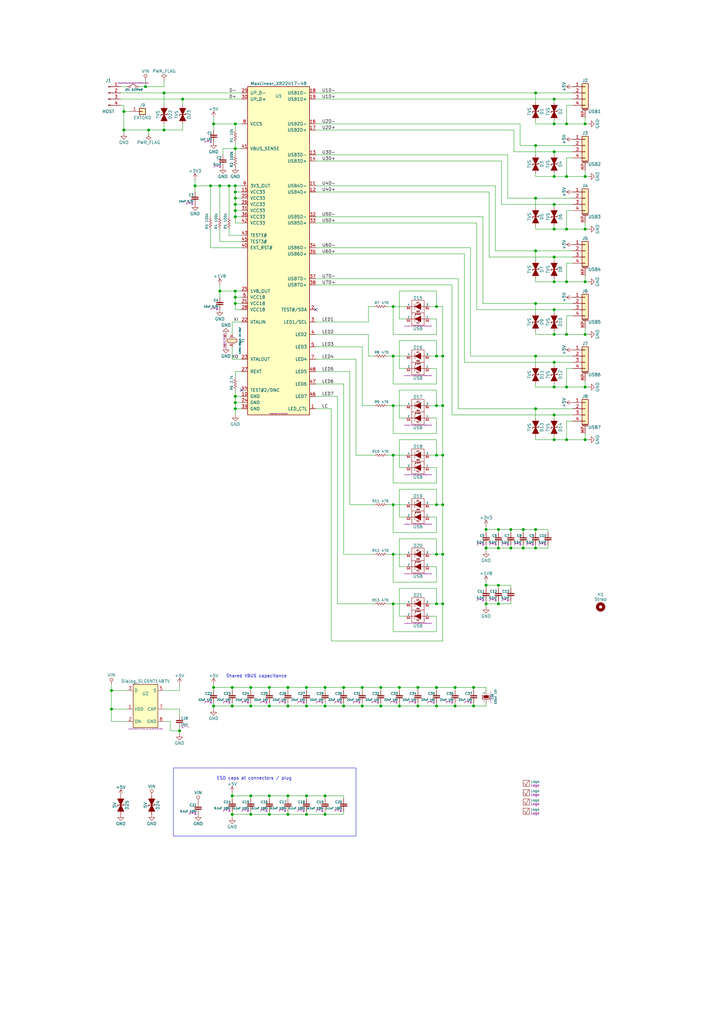
<source format=kicad_sch>
(kicad_sch (version 20210621) (generator eeschema)
  (paper "A3" portrait)
  (title_block (title "StickHub") (company "Stefan Hamminga (https://rbts.co)"))
  (junction (at 45.72 283.21) (diameter 1.016))
  (junction (at 45.72 290.83) (diameter 1.016))
  (junction (at 50.8 45.72) (diameter 1.016))
  (junction (at 50.8 53.34) (diameter 1.016))
  (junction (at 59.69 35.56) (diameter 1.016))
  (junction (at 60.96 53.34) (diameter 1.016))
  (junction (at 67.31 38.1) (diameter 1.016))
  (junction (at 67.31 53.34) (diameter 1.016))
  (junction (at 73.66 299.72) (diameter 1.016))
  (junction (at 74.93 40.64) (diameter 1.016))
  (junction (at 80.01 76.2) (diameter 1.016))
  (junction (at 86.36 76.2) (diameter 1.016))
  (junction (at 87.63 50.8) (diameter 1.016))
  (junction (at 87.63 281.94) (diameter 1.016))
  (junction (at 87.63 289.56) (diameter 1.016))
  (junction (at 90.17 76.2) (diameter 1.016))
  (junction (at 90.17 119.38) (diameter 1.016))
  (junction (at 93.98 76.2) (diameter 1.016))
  (junction (at 95.25 281.94) (diameter 1.016))
  (junction (at 95.25 289.56) (diameter 1.016))
  (junction (at 95.25 326.39) (diameter 1.016))
  (junction (at 95.25 334.01) (diameter 1.016))
  (junction (at 96.52 50.8) (diameter 1.016))
  (junction (at 96.52 60.96) (diameter 1.016))
  (junction (at 96.52 76.2) (diameter 1.016))
  (junction (at 96.52 78.74) (diameter 1.016))
  (junction (at 96.52 81.28) (diameter 1.016))
  (junction (at 96.52 83.82) (diameter 1.016))
  (junction (at 96.52 86.36) (diameter 1.016))
  (junction (at 96.52 88.9) (diameter 1.016))
  (junction (at 96.52 119.38) (diameter 1.016))
  (junction (at 96.52 121.92) (diameter 1.016))
  (junction (at 96.52 124.46) (diameter 1.016))
  (junction (at 96.52 162.56) (diameter 1.016))
  (junction (at 96.52 165.1) (diameter 1.016))
  (junction (at 96.52 167.64) (diameter 1.016))
  (junction (at 102.87 281.94) (diameter 1.016))
  (junction (at 102.87 289.56) (diameter 1.016))
  (junction (at 102.87 326.39) (diameter 1.016))
  (junction (at 102.87 334.01) (diameter 1.016))
  (junction (at 110.49 281.94) (diameter 1.016))
  (junction (at 110.49 289.56) (diameter 1.016))
  (junction (at 110.49 326.39) (diameter 1.016))
  (junction (at 110.49 334.01) (diameter 1.016))
  (junction (at 118.11 281.94) (diameter 1.016))
  (junction (at 118.11 289.56) (diameter 1.016))
  (junction (at 118.11 326.39) (diameter 1.016))
  (junction (at 118.11 334.01) (diameter 1.016))
  (junction (at 125.73 281.94) (diameter 1.016))
  (junction (at 125.73 289.56) (diameter 1.016))
  (junction (at 125.73 326.39) (diameter 1.016))
  (junction (at 125.73 334.01) (diameter 1.016))
  (junction (at 133.35 281.94) (diameter 1.016))
  (junction (at 133.35 289.56) (diameter 1.016))
  (junction (at 133.35 326.39) (diameter 1.016))
  (junction (at 133.35 334.01) (diameter 1.016))
  (junction (at 140.97 281.94) (diameter 1.016))
  (junction (at 140.97 289.56) (diameter 1.016))
  (junction (at 148.59 281.94) (diameter 1.016))
  (junction (at 148.59 289.56) (diameter 1.016))
  (junction (at 156.21 281.94) (diameter 1.016))
  (junction (at 156.21 289.56) (diameter 1.016))
  (junction (at 161.29 125.73) (diameter 1.016))
  (junction (at 161.29 146.05) (diameter 1.016))
  (junction (at 161.29 166.37) (diameter 1.016))
  (junction (at 161.29 186.69) (diameter 1.016))
  (junction (at 161.29 207.01) (diameter 1.016))
  (junction (at 161.29 227.33) (diameter 1.016))
  (junction (at 161.29 247.65) (diameter 1.016))
  (junction (at 163.83 281.94) (diameter 1.016))
  (junction (at 163.83 289.56) (diameter 1.016))
  (junction (at 171.45 281.94) (diameter 1.016))
  (junction (at 171.45 289.56) (diameter 1.016))
  (junction (at 179.07 125.73) (diameter 1.016))
  (junction (at 179.07 146.05) (diameter 1.016))
  (junction (at 179.07 166.37) (diameter 1.016))
  (junction (at 179.07 186.69) (diameter 1.016))
  (junction (at 179.07 207.01) (diameter 1.016))
  (junction (at 179.07 227.33) (diameter 1.016))
  (junction (at 179.07 247.65) (diameter 1.016))
  (junction (at 179.07 281.94) (diameter 1.016))
  (junction (at 179.07 289.56) (diameter 1.016))
  (junction (at 181.61 146.05) (diameter 1.016))
  (junction (at 181.61 166.37) (diameter 1.016))
  (junction (at 181.61 186.69) (diameter 1.016))
  (junction (at 181.61 207.01) (diameter 1.016))
  (junction (at 181.61 227.33) (diameter 1.016))
  (junction (at 181.61 247.65) (diameter 1.016))
  (junction (at 186.69 281.94) (diameter 1.016))
  (junction (at 186.69 289.56) (diameter 1.016))
  (junction (at 194.31 281.94) (diameter 1.016))
  (junction (at 194.31 289.56) (diameter 1.016))
  (junction (at 199.39 217.17) (diameter 1.016))
  (junction (at 199.39 224.79) (diameter 1.016))
  (junction (at 199.39 240.03) (diameter 1.016))
  (junction (at 199.39 247.65) (diameter 1.016))
  (junction (at 204.47 217.17) (diameter 1.016))
  (junction (at 204.47 224.79) (diameter 1.016))
  (junction (at 204.47 240.03) (diameter 1.016))
  (junction (at 204.47 247.65) (diameter 1.016))
  (junction (at 209.55 217.17) (diameter 1.016))
  (junction (at 209.55 224.79) (diameter 1.016))
  (junction (at 214.63 217.17) (diameter 1.016))
  (junction (at 214.63 224.79) (diameter 1.016))
  (junction (at 219.71 38.1) (diameter 1.016))
  (junction (at 219.71 59.69) (diameter 1.016))
  (junction (at 219.71 81.28) (diameter 1.016))
  (junction (at 219.71 102.87) (diameter 1.016))
  (junction (at 219.71 124.46) (diameter 1.016))
  (junction (at 219.71 146.05) (diameter 1.016))
  (junction (at 219.71 167.64) (diameter 1.016))
  (junction (at 219.71 217.17) (diameter 1.016))
  (junction (at 219.71 224.79) (diameter 1.016))
  (junction (at 227.33 40.64) (diameter 1.016))
  (junction (at 227.33 50.8) (diameter 1.016))
  (junction (at 227.33 62.23) (diameter 1.016))
  (junction (at 227.33 72.39) (diameter 1.016))
  (junction (at 227.33 83.82) (diameter 1.016))
  (junction (at 227.33 93.98) (diameter 1.016))
  (junction (at 227.33 105.41) (diameter 1.016))
  (junction (at 227.33 115.57) (diameter 1.016))
  (junction (at 227.33 127) (diameter 1.016))
  (junction (at 227.33 137.16) (diameter 1.016))
  (junction (at 227.33 148.59) (diameter 1.016))
  (junction (at 227.33 158.75) (diameter 1.016))
  (junction (at 227.33 170.18) (diameter 1.016))
  (junction (at 227.33 180.34) (diameter 1.016))
  (junction (at 232.41 50.8) (diameter 1.016))
  (junction (at 232.41 72.39) (diameter 1.016))
  (junction (at 232.41 93.98) (diameter 1.016))
  (junction (at 232.41 115.57) (diameter 1.016))
  (junction (at 232.41 137.16) (diameter 1.016))
  (junction (at 232.41 158.75) (diameter 1.016))
  (junction (at 232.41 180.34) (diameter 1.016))
  (junction (at 240.03 50.8) (diameter 1.016))
  (junction (at 240.03 72.39) (diameter 1.016))
  (junction (at 240.03 93.98) (diameter 1.016))
  (junction (at 240.03 115.57) (diameter 1.016))
  (junction (at 240.03 137.16) (diameter 1.016))
  (junction (at 240.03 158.75) (diameter 1.016))
  (junction (at 240.03 180.34) (diameter 1.016))
  (no_connect (at 99.06 160.02))
  (no_connect (at 129.54 127))
  (wire (pts (xy 45.72 280.67) (xy 45.72 283.21)))
  (wire (pts (xy 45.72 283.21) (xy 45.72 290.83)))
  (wire (pts (xy 45.72 283.21) (xy 52.07 283.21)))
  (wire (pts (xy 45.72 290.83) (xy 52.07 290.83)))
  (wire (pts (xy 45.72 295.91) (xy 45.72 290.83)))
  (wire (pts (xy 49.53 35.56) (xy 52.07 35.56)))
  (wire (pts (xy 49.53 38.1) (xy 67.31 38.1)))
  (wire (pts (xy 49.53 40.64) (xy 74.93 40.64)))
  (wire (pts (xy 49.53 43.18) (xy 50.8 43.18)))
  (wire (pts (xy 50.8 43.18) (xy 50.8 45.72)))
  (wire (pts (xy 50.8 45.72) (xy 50.8 53.34)))
  (wire (pts (xy 50.8 45.72) (xy 53.34 45.72)))
  (wire (pts (xy 50.8 53.34) (xy 50.8 54.61)))
  (wire (pts (xy 50.8 53.34) (xy 60.96 53.34)))
  (wire (pts (xy 52.07 295.91) (xy 45.72 295.91)))
  (wire (pts (xy 57.15 35.56) (xy 59.69 35.56)))
  (wire (pts (xy 59.69 35.56) (xy 59.69 33.02)))
  (wire (pts (xy 60.96 53.34) (xy 60.96 54.61)))
  (wire (pts (xy 60.96 53.34) (xy 67.31 53.34)))
  (wire (pts (xy 67.31 33.02) (xy 67.31 35.56)))
  (wire (pts (xy 67.31 35.56) (xy 59.69 35.56)))
  (wire (pts (xy 67.31 38.1) (xy 67.31 43.18)))
  (wire (pts (xy 67.31 38.1) (xy 99.06 38.1)))
  (wire (pts (xy 67.31 50.8) (xy 67.31 53.34)))
  (wire (pts (xy 67.31 53.34) (xy 74.93 53.34)))
  (wire (pts (xy 67.31 283.21) (xy 73.66 283.21)))
  (wire (pts (xy 67.31 290.83) (xy 73.66 290.83)))
  (wire (pts (xy 67.31 295.91) (xy 69.85 295.91)))
  (wire (pts (xy 69.85 295.91) (xy 69.85 299.72)))
  (wire (pts (xy 69.85 299.72) (xy 73.66 299.72)))
  (wire (pts (xy 73.66 283.21) (xy 73.66 280.67)))
  (wire (pts (xy 73.66 290.83) (xy 73.66 293.37)))
  (wire (pts (xy 73.66 298.45) (xy 73.66 299.72)))
  (wire (pts (xy 73.66 299.72) (xy 73.66 300.99)))
  (wire (pts (xy 74.93 40.64) (xy 74.93 43.18)))
  (wire (pts (xy 74.93 40.64) (xy 99.06 40.64)))
  (wire (pts (xy 74.93 50.8) (xy 74.93 53.34)))
  (wire (pts (xy 80.01 73.66) (xy 80.01 76.2)))
  (wire (pts (xy 80.01 76.2) (xy 80.01 78.74)))
  (wire (pts (xy 80.01 76.2) (xy 86.36 76.2)))
  (wire (pts (xy 86.36 76.2) (xy 90.17 76.2)))
  (wire (pts (xy 86.36 88.9) (xy 86.36 76.2)))
  (wire (pts (xy 86.36 101.6) (xy 86.36 93.98)))
  (wire (pts (xy 86.36 101.6) (xy 99.06 101.6)))
  (wire (pts (xy 87.63 48.26) (xy 87.63 50.8)))
  (wire (pts (xy 87.63 50.8) (xy 87.63 53.34)))
  (wire (pts (xy 87.63 50.8) (xy 96.52 50.8)))
  (wire (pts (xy 87.63 280.67) (xy 87.63 281.94)))
  (wire (pts (xy 87.63 281.94) (xy 87.63 283.21)))
  (wire (pts (xy 87.63 281.94) (xy 95.25 281.94)))
  (wire (pts (xy 87.63 288.29) (xy 87.63 289.56)))
  (wire (pts (xy 87.63 289.56) (xy 87.63 290.83)))
  (wire (pts (xy 87.63 289.56) (xy 95.25 289.56)))
  (wire (pts (xy 90.17 76.2) (xy 93.98 76.2)))
  (wire (pts (xy 90.17 88.9) (xy 90.17 76.2)))
  (wire (pts (xy 90.17 99.06) (xy 90.17 93.98)))
  (wire (pts (xy 90.17 116.84) (xy 90.17 119.38)))
  (wire (pts (xy 90.17 119.38) (xy 90.17 121.92)))
  (wire (pts (xy 90.17 119.38) (xy 96.52 119.38)))
  (wire (pts (xy 91.44 60.96) (xy 91.44 63.5)))
  (wire (pts (xy 93.98 76.2) (xy 93.98 88.9)))
  (wire (pts (xy 93.98 76.2) (xy 96.52 76.2)))
  (wire (pts (xy 93.98 93.98) (xy 93.98 96.52)))
  (wire (pts (xy 93.98 96.52) (xy 99.06 96.52)))
  (wire (pts (xy 95.25 132.08) (xy 99.06 132.08)))
  (wire (pts (xy 95.25 137.16) (xy 95.25 132.08)))
  (wire (pts (xy 95.25 142.24) (xy 95.25 147.32)))
  (wire (pts (xy 95.25 147.32) (xy 99.06 147.32)))
  (wire (pts (xy 95.25 281.94) (xy 95.25 283.21)))
  (wire (pts (xy 95.25 281.94) (xy 102.87 281.94)))
  (wire (pts (xy 95.25 288.29) (xy 95.25 289.56)))
  (wire (pts (xy 95.25 289.56) (xy 102.87 289.56)))
  (wire (pts (xy 95.25 325.12) (xy 95.25 326.39)))
  (wire (pts (xy 95.25 326.39) (xy 95.25 327.66)))
  (wire (pts (xy 95.25 326.39) (xy 102.87 326.39)))
  (wire (pts (xy 95.25 332.74) (xy 95.25 334.01)))
  (wire (pts (xy 95.25 334.01) (xy 95.25 335.28)))
  (wire (pts (xy 95.25 334.01) (xy 102.87 334.01)))
  (wire (pts (xy 96.52 50.8) (xy 99.06 50.8)))
  (wire (pts (xy 96.52 53.34) (xy 96.52 50.8)))
  (wire (pts (xy 96.52 60.96) (xy 91.44 60.96)))
  (wire (pts (xy 96.52 60.96) (xy 96.52 58.42)))
  (wire (pts (xy 96.52 60.96) (xy 96.52 63.5)))
  (wire (pts (xy 96.52 76.2) (xy 99.06 76.2)))
  (wire (pts (xy 96.52 78.74) (xy 96.52 76.2)))
  (wire (pts (xy 96.52 78.74) (xy 96.52 81.28)))
  (wire (pts (xy 96.52 81.28) (xy 96.52 83.82)))
  (wire (pts (xy 96.52 81.28) (xy 99.06 81.28)))
  (wire (pts (xy 96.52 83.82) (xy 96.52 86.36)))
  (wire (pts (xy 96.52 83.82) (xy 99.06 83.82)))
  (wire (pts (xy 96.52 86.36) (xy 96.52 88.9)))
  (wire (pts (xy 96.52 86.36) (xy 99.06 86.36)))
  (wire (pts (xy 96.52 88.9) (xy 96.52 91.44)))
  (wire (pts (xy 96.52 88.9) (xy 99.06 88.9)))
  (wire (pts (xy 96.52 91.44) (xy 99.06 91.44)))
  (wire (pts (xy 96.52 119.38) (xy 99.06 119.38)))
  (wire (pts (xy 96.52 121.92) (xy 96.52 119.38)))
  (wire (pts (xy 96.52 121.92) (xy 99.06 121.92)))
  (wire (pts (xy 96.52 124.46) (xy 96.52 121.92)))
  (wire (pts (xy 96.52 124.46) (xy 99.06 124.46)))
  (wire (pts (xy 96.52 127) (xy 96.52 124.46)))
  (wire (pts (xy 96.52 152.4) (xy 96.52 154.94)))
  (wire (pts (xy 96.52 160.02) (xy 96.52 162.56)))
  (wire (pts (xy 96.52 162.56) (xy 96.52 165.1)))
  (wire (pts (xy 96.52 162.56) (xy 99.06 162.56)))
  (wire (pts (xy 96.52 165.1) (xy 96.52 167.64)))
  (wire (pts (xy 96.52 165.1) (xy 99.06 165.1)))
  (wire (pts (xy 96.52 167.64) (xy 96.52 170.18)))
  (wire (pts (xy 96.52 167.64) (xy 99.06 167.64)))
  (wire (pts (xy 99.06 60.96) (xy 96.52 60.96)))
  (wire (pts (xy 99.06 78.74) (xy 96.52 78.74)))
  (wire (pts (xy 99.06 99.06) (xy 90.17 99.06)))
  (wire (pts (xy 99.06 127) (xy 96.52 127)))
  (wire (pts (xy 99.06 152.4) (xy 96.52 152.4)))
  (wire (pts (xy 102.87 281.94) (xy 102.87 283.21)))
  (wire (pts (xy 102.87 281.94) (xy 110.49 281.94)))
  (wire (pts (xy 102.87 288.29) (xy 102.87 289.56)))
  (wire (pts (xy 102.87 289.56) (xy 110.49 289.56)))
  (wire (pts (xy 102.87 326.39) (xy 102.87 327.66)))
  (wire (pts (xy 102.87 326.39) (xy 110.49 326.39)))
  (wire (pts (xy 102.87 332.74) (xy 102.87 334.01)))
  (wire (pts (xy 102.87 334.01) (xy 110.49 334.01)))
  (wire (pts (xy 110.49 281.94) (xy 110.49 283.21)))
  (wire (pts (xy 110.49 281.94) (xy 118.11 281.94)))
  (wire (pts (xy 110.49 288.29) (xy 110.49 289.56)))
  (wire (pts (xy 110.49 289.56) (xy 118.11 289.56)))
  (wire (pts (xy 110.49 326.39) (xy 110.49 327.66)))
  (wire (pts (xy 110.49 326.39) (xy 118.11 326.39)))
  (wire (pts (xy 110.49 332.74) (xy 110.49 334.01)))
  (wire (pts (xy 110.49 334.01) (xy 118.11 334.01)))
  (wire (pts (xy 118.11 281.94) (xy 118.11 283.21)))
  (wire (pts (xy 118.11 281.94) (xy 125.73 281.94)))
  (wire (pts (xy 118.11 288.29) (xy 118.11 289.56)))
  (wire (pts (xy 118.11 289.56) (xy 125.73 289.56)))
  (wire (pts (xy 118.11 326.39) (xy 118.11 327.66)))
  (wire (pts (xy 118.11 326.39) (xy 125.73 326.39)))
  (wire (pts (xy 118.11 332.74) (xy 118.11 334.01)))
  (wire (pts (xy 118.11 334.01) (xy 125.73 334.01)))
  (wire (pts (xy 125.73 281.94) (xy 125.73 283.21)))
  (wire (pts (xy 125.73 281.94) (xy 133.35 281.94)))
  (wire (pts (xy 125.73 289.56) (xy 125.73 288.29)))
  (wire (pts (xy 125.73 289.56) (xy 133.35 289.56)))
  (wire (pts (xy 125.73 326.39) (xy 125.73 327.66)))
  (wire (pts (xy 125.73 326.39) (xy 133.35 326.39)))
  (wire (pts (xy 125.73 332.74) (xy 125.73 334.01)))
  (wire (pts (xy 125.73 334.01) (xy 133.35 334.01)))
  (wire (pts (xy 129.54 38.1) (xy 219.71 38.1)))
  (wire (pts (xy 129.54 40.64) (xy 227.33 40.64)))
  (wire (pts (xy 129.54 50.8) (xy 213.36 50.8)))
  (wire (pts (xy 129.54 53.34) (xy 210.82 53.34)))
  (wire (pts (xy 129.54 63.5) (xy 208.28 63.5)))
  (wire (pts (xy 129.54 66.04) (xy 205.74 66.04)))
  (wire (pts (xy 129.54 76.2) (xy 203.2 76.2)))
  (wire (pts (xy 129.54 78.74) (xy 200.66 78.74)))
  (wire (pts (xy 129.54 88.9) (xy 198.12 88.9)))
  (wire (pts (xy 129.54 91.44) (xy 195.58 91.44)))
  (wire (pts (xy 129.54 101.6) (xy 193.04 101.6)))
  (wire (pts (xy 129.54 104.14) (xy 190.5 104.14)))
  (wire (pts (xy 129.54 114.3) (xy 187.96 114.3)))
  (wire (pts (xy 129.54 116.84) (xy 185.42 116.84)))
  (wire (pts (xy 129.54 132.08) (xy 151.13 132.08)))
  (wire (pts (xy 129.54 137.16) (xy 151.13 137.16)))
  (wire (pts (xy 129.54 142.24) (xy 148.59 142.24)))
  (wire (pts (xy 129.54 147.32) (xy 146.05 147.32)))
  (wire (pts (xy 129.54 152.4) (xy 143.51 152.4)))
  (wire (pts (xy 129.54 157.48) (xy 140.97 157.48)))
  (wire (pts (xy 129.54 162.56) (xy 138.43 162.56)))
  (wire (pts (xy 133.35 281.94) (xy 133.35 283.21)))
  (wire (pts (xy 133.35 281.94) (xy 140.97 281.94)))
  (wire (pts (xy 133.35 288.29) (xy 133.35 289.56)))
  (wire (pts (xy 133.35 289.56) (xy 140.97 289.56)))
  (wire (pts (xy 133.35 326.39) (xy 133.35 327.66)))
  (wire (pts (xy 133.35 326.39) (xy 140.97 326.39)))
  (wire (pts (xy 133.35 332.74) (xy 133.35 334.01)))
  (wire (pts (xy 133.35 334.01) (xy 140.97 334.01)))
  (wire (pts (xy 135.89 167.64) (xy 129.54 167.64)))
  (wire (pts (xy 135.89 262.89) (xy 135.89 167.64)))
  (wire (pts (xy 138.43 162.56) (xy 138.43 247.65)))
  (wire (pts (xy 138.43 247.65) (xy 153.67 247.65)))
  (wire (pts (xy 140.97 157.48) (xy 140.97 227.33)))
  (wire (pts (xy 140.97 227.33) (xy 153.67 227.33)))
  (wire (pts (xy 140.97 281.94) (xy 140.97 283.21)))
  (wire (pts (xy 140.97 281.94) (xy 148.59 281.94)))
  (wire (pts (xy 140.97 289.56) (xy 140.97 288.29)))
  (wire (pts (xy 140.97 326.39) (xy 140.97 327.66)))
  (wire (pts (xy 140.97 334.01) (xy 140.97 332.74)))
  (wire (pts (xy 143.51 152.4) (xy 143.51 207.01)))
  (wire (pts (xy 143.51 207.01) (xy 153.67 207.01)))
  (wire (pts (xy 146.05 147.32) (xy 146.05 186.69)))
  (wire (pts (xy 146.05 186.69) (xy 153.67 186.69)))
  (wire (pts (xy 148.59 142.24) (xy 148.59 166.37)))
  (wire (pts (xy 148.59 166.37) (xy 153.67 166.37)))
  (wire (pts (xy 148.59 281.94) (xy 148.59 283.21)))
  (wire (pts (xy 148.59 281.94) (xy 156.21 281.94)))
  (wire (pts (xy 148.59 288.29) (xy 148.59 289.56)))
  (wire (pts (xy 148.59 289.56) (xy 140.97 289.56)))
  (wire (pts (xy 148.59 289.56) (xy 156.21 289.56)))
  (wire (pts (xy 151.13 125.73) (xy 151.13 132.08)))
  (wire (pts (xy 151.13 137.16) (xy 151.13 146.05)))
  (wire (pts (xy 151.13 146.05) (xy 153.67 146.05)))
  (wire (pts (xy 153.67 125.73) (xy 151.13 125.73)))
  (wire (pts (xy 156.21 281.94) (xy 156.21 283.21)))
  (wire (pts (xy 156.21 281.94) (xy 163.83 281.94)))
  (wire (pts (xy 156.21 289.56) (xy 156.21 288.29)))
  (wire (pts (xy 156.21 289.56) (xy 163.83 289.56)))
  (wire (pts (xy 158.75 125.73) (xy 161.29 125.73)))
  (wire (pts (xy 158.75 146.05) (xy 161.29 146.05)))
  (wire (pts (xy 158.75 166.37) (xy 161.29 166.37)))
  (wire (pts (xy 158.75 186.69) (xy 161.29 186.69)))
  (wire (pts (xy 158.75 207.01) (xy 161.29 207.01)))
  (wire (pts (xy 158.75 227.33) (xy 161.29 227.33)))
  (wire (pts (xy 158.75 247.65) (xy 161.29 247.65)))
  (wire (pts (xy 161.29 125.73) (xy 166.37 125.73)))
  (wire (pts (xy 161.29 137.16) (xy 161.29 125.73)))
  (wire (pts (xy 161.29 146.05) (xy 166.37 146.05)))
  (wire (pts (xy 161.29 157.48) (xy 161.29 146.05)))
  (wire (pts (xy 161.29 166.37) (xy 166.37 166.37)))
  (wire (pts (xy 161.29 177.8) (xy 161.29 166.37)))
  (wire (pts (xy 161.29 186.69) (xy 166.37 186.69)))
  (wire (pts (xy 161.29 198.12) (xy 161.29 186.69)))
  (wire (pts (xy 161.29 207.01) (xy 166.37 207.01)))
  (wire (pts (xy 161.29 218.44) (xy 161.29 207.01)))
  (wire (pts (xy 161.29 227.33) (xy 166.37 227.33)))
  (wire (pts (xy 161.29 238.76) (xy 161.29 227.33)))
  (wire (pts (xy 161.29 247.65) (xy 166.37 247.65)))
  (wire (pts (xy 161.29 259.08) (xy 161.29 247.65)))
  (wire (pts (xy 163.83 119.38) (xy 179.07 119.38)))
  (wire (pts (xy 163.83 130.81) (xy 163.83 119.38)))
  (wire (pts (xy 163.83 139.7) (xy 179.07 139.7)))
  (wire (pts (xy 163.83 151.13) (xy 163.83 139.7)))
  (wire (pts (xy 163.83 160.02) (xy 179.07 160.02)))
  (wire (pts (xy 163.83 171.45) (xy 163.83 160.02)))
  (wire (pts (xy 163.83 180.34) (xy 179.07 180.34)))
  (wire (pts (xy 163.83 191.77) (xy 163.83 180.34)))
  (wire (pts (xy 163.83 200.66) (xy 179.07 200.66)))
  (wire (pts (xy 163.83 212.09) (xy 163.83 200.66)))
  (wire (pts (xy 163.83 220.98) (xy 179.07 220.98)))
  (wire (pts (xy 163.83 232.41) (xy 163.83 220.98)))
  (wire (pts (xy 163.83 241.3) (xy 179.07 241.3)))
  (wire (pts (xy 163.83 252.73) (xy 163.83 241.3)))
  (wire (pts (xy 163.83 281.94) (xy 163.83 283.21)))
  (wire (pts (xy 163.83 281.94) (xy 171.45 281.94)))
  (wire (pts (xy 163.83 289.56) (xy 163.83 288.29)))
  (wire (pts (xy 163.83 289.56) (xy 171.45 289.56)))
  (wire (pts (xy 166.37 130.81) (xy 163.83 130.81)))
  (wire (pts (xy 166.37 151.13) (xy 163.83 151.13)))
  (wire (pts (xy 166.37 171.45) (xy 163.83 171.45)))
  (wire (pts (xy 166.37 191.77) (xy 163.83 191.77)))
  (wire (pts (xy 166.37 212.09) (xy 163.83 212.09)))
  (wire (pts (xy 166.37 232.41) (xy 163.83 232.41)))
  (wire (pts (xy 166.37 252.73) (xy 163.83 252.73)))
  (wire (pts (xy 171.45 281.94) (xy 171.45 283.21)))
  (wire (pts (xy 171.45 281.94) (xy 179.07 281.94)))
  (wire (pts (xy 171.45 289.56) (xy 171.45 288.29)))
  (wire (pts (xy 176.53 130.81) (xy 179.07 130.81)))
  (wire (pts (xy 176.53 151.13) (xy 179.07 151.13)))
  (wire (pts (xy 176.53 171.45) (xy 179.07 171.45)))
  (wire (pts (xy 176.53 191.77) (xy 179.07 191.77)))
  (wire (pts (xy 176.53 212.09) (xy 179.07 212.09)))
  (wire (pts (xy 176.53 232.41) (xy 179.07 232.41)))
  (wire (pts (xy 176.53 252.73) (xy 179.07 252.73)))
  (wire (pts (xy 179.07 119.38) (xy 179.07 125.73)))
  (wire (pts (xy 179.07 125.73) (xy 176.53 125.73)))
  (wire (pts (xy 179.07 125.73) (xy 181.61 125.73)))
  (wire (pts (xy 179.07 130.81) (xy 179.07 137.16)))
  (wire (pts (xy 179.07 137.16) (xy 161.29 137.16)))
  (wire (pts (xy 179.07 139.7) (xy 179.07 146.05)))
  (wire (pts (xy 179.07 146.05) (xy 176.53 146.05)))
  (wire (pts (xy 179.07 146.05) (xy 181.61 146.05)))
  (wire (pts (xy 179.07 151.13) (xy 179.07 157.48)))
  (wire (pts (xy 179.07 157.48) (xy 161.29 157.48)))
  (wire (pts (xy 179.07 160.02) (xy 179.07 166.37)))
  (wire (pts (xy 179.07 166.37) (xy 176.53 166.37)))
  (wire (pts (xy 179.07 166.37) (xy 181.61 166.37)))
  (wire (pts (xy 179.07 171.45) (xy 179.07 177.8)))
  (wire (pts (xy 179.07 177.8) (xy 161.29 177.8)))
  (wire (pts (xy 179.07 180.34) (xy 179.07 186.69)))
  (wire (pts (xy 179.07 186.69) (xy 176.53 186.69)))
  (wire (pts (xy 179.07 186.69) (xy 181.61 186.69)))
  (wire (pts (xy 179.07 191.77) (xy 179.07 198.12)))
  (wire (pts (xy 179.07 198.12) (xy 161.29 198.12)))
  (wire (pts (xy 179.07 200.66) (xy 179.07 207.01)))
  (wire (pts (xy 179.07 207.01) (xy 176.53 207.01)))
  (wire (pts (xy 179.07 207.01) (xy 181.61 207.01)))
  (wire (pts (xy 179.07 212.09) (xy 179.07 218.44)))
  (wire (pts (xy 179.07 218.44) (xy 161.29 218.44)))
  (wire (pts (xy 179.07 220.98) (xy 179.07 227.33)))
  (wire (pts (xy 179.07 227.33) (xy 176.53 227.33)))
  (wire (pts (xy 179.07 227.33) (xy 181.61 227.33)))
  (wire (pts (xy 179.07 232.41) (xy 179.07 238.76)))
  (wire (pts (xy 179.07 238.76) (xy 161.29 238.76)))
  (wire (pts (xy 179.07 241.3) (xy 179.07 247.65)))
  (wire (pts (xy 179.07 247.65) (xy 176.53 247.65)))
  (wire (pts (xy 179.07 252.73) (xy 179.07 259.08)))
  (wire (pts (xy 179.07 259.08) (xy 161.29 259.08)))
  (wire (pts (xy 179.07 281.94) (xy 179.07 283.21)))
  (wire (pts (xy 179.07 281.94) (xy 186.69 281.94)))
  (wire (pts (xy 179.07 288.29) (xy 179.07 289.56)))
  (wire (pts (xy 179.07 289.56) (xy 171.45 289.56)))
  (wire (pts (xy 179.07 289.56) (xy 186.69 289.56)))
  (wire (pts (xy 181.61 125.73) (xy 181.61 146.05)))
  (wire (pts (xy 181.61 146.05) (xy 181.61 166.37)))
  (wire (pts (xy 181.61 166.37) (xy 181.61 186.69)))
  (wire (pts (xy 181.61 186.69) (xy 181.61 207.01)))
  (wire (pts (xy 181.61 207.01) (xy 181.61 227.33)))
  (wire (pts (xy 181.61 227.33) (xy 181.61 247.65)))
  (wire (pts (xy 181.61 247.65) (xy 179.07 247.65)))
  (wire (pts (xy 181.61 247.65) (xy 181.61 262.89)))
  (wire (pts (xy 181.61 262.89) (xy 135.89 262.89)))
  (wire (pts (xy 185.42 116.84) (xy 185.42 170.18)))
  (wire (pts (xy 185.42 170.18) (xy 227.33 170.18)))
  (wire (pts (xy 186.69 281.94) (xy 186.69 283.21)))
  (wire (pts (xy 186.69 281.94) (xy 194.31 281.94)))
  (wire (pts (xy 186.69 289.56) (xy 186.69 288.29)))
  (wire (pts (xy 186.69 289.56) (xy 194.31 289.56)))
  (wire (pts (xy 187.96 114.3) (xy 187.96 167.64)))
  (wire (pts (xy 187.96 167.64) (xy 219.71 167.64)))
  (wire (pts (xy 190.5 104.14) (xy 190.5 148.59)))
  (wire (pts (xy 190.5 148.59) (xy 227.33 148.59)))
  (wire (pts (xy 193.04 101.6) (xy 193.04 146.05)))
  (wire (pts (xy 193.04 146.05) (xy 219.71 146.05)))
  (wire (pts (xy 194.31 281.94) (xy 194.31 283.21)))
  (wire (pts (xy 194.31 281.94) (xy 199.39 281.94)))
  (wire (pts (xy 194.31 289.56) (xy 194.31 288.29)))
  (wire (pts (xy 195.58 91.44) (xy 195.58 127)))
  (wire (pts (xy 195.58 127) (xy 227.33 127)))
  (wire (pts (xy 198.12 88.9) (xy 198.12 124.46)))
  (wire (pts (xy 198.12 124.46) (xy 219.71 124.46)))
  (wire (pts (xy 199.39 215.9) (xy 199.39 217.17)))
  (wire (pts (xy 199.39 217.17) (xy 199.39 218.44)))
  (wire (pts (xy 199.39 223.52) (xy 199.39 224.79)))
  (wire (pts (xy 199.39 224.79) (xy 199.39 226.06)))
  (wire (pts (xy 199.39 224.79) (xy 204.47 224.79)))
  (wire (pts (xy 199.39 238.76) (xy 199.39 240.03)))
  (wire (pts (xy 199.39 240.03) (xy 199.39 241.3)))
  (wire (pts (xy 199.39 240.03) (xy 204.47 240.03)))
  (wire (pts (xy 199.39 246.38) (xy 199.39 247.65)))
  (wire (pts (xy 199.39 247.65) (xy 199.39 248.92)))
  (wire (pts (xy 199.39 247.65) (xy 204.47 247.65)))
  (wire (pts (xy 199.39 281.94) (xy 199.39 283.21)))
  (wire (pts (xy 199.39 288.29) (xy 199.39 289.56)))
  (wire (pts (xy 199.39 289.56) (xy 194.31 289.56)))
  (wire (pts (xy 200.66 78.74) (xy 200.66 105.41)))
  (wire (pts (xy 200.66 105.41) (xy 227.33 105.41)))
  (wire (pts (xy 203.2 76.2) (xy 203.2 102.87)))
  (wire (pts (xy 203.2 102.87) (xy 219.71 102.87)))
  (wire (pts (xy 204.47 217.17) (xy 199.39 217.17)))
  (wire (pts (xy 204.47 217.17) (xy 204.47 218.44)))
  (wire (pts (xy 204.47 223.52) (xy 204.47 224.79)))
  (wire (pts (xy 204.47 224.79) (xy 209.55 224.79)))
  (wire (pts (xy 204.47 240.03) (xy 204.47 241.3)))
  (wire (pts (xy 204.47 240.03) (xy 209.55 240.03)))
  (wire (pts (xy 204.47 246.38) (xy 204.47 247.65)))
  (wire (pts (xy 204.47 247.65) (xy 209.55 247.65)))
  (wire (pts (xy 205.74 66.04) (xy 205.74 83.82)))
  (wire (pts (xy 205.74 83.82) (xy 227.33 83.82)))
  (wire (pts (xy 208.28 63.5) (xy 208.28 81.28)))
  (wire (pts (xy 208.28 81.28) (xy 219.71 81.28)))
  (wire (pts (xy 209.55 217.17) (xy 204.47 217.17)))
  (wire (pts (xy 209.55 217.17) (xy 209.55 218.44)))
  (wire (pts (xy 209.55 223.52) (xy 209.55 224.79)))
  (wire (pts (xy 209.55 224.79) (xy 214.63 224.79)))
  (wire (pts (xy 209.55 240.03) (xy 209.55 241.3)))
  (wire (pts (xy 209.55 247.65) (xy 209.55 246.38)))
  (wire (pts (xy 210.82 53.34) (xy 210.82 62.23)))
  (wire (pts (xy 210.82 62.23) (xy 227.33 62.23)))
  (wire (pts (xy 213.36 50.8) (xy 213.36 59.69)))
  (wire (pts (xy 213.36 59.69) (xy 219.71 59.69)))
  (wire (pts (xy 214.63 217.17) (xy 209.55 217.17)))
  (wire (pts (xy 214.63 217.17) (xy 214.63 218.44)))
  (wire (pts (xy 214.63 223.52) (xy 214.63 224.79)))
  (wire (pts (xy 214.63 224.79) (xy 219.71 224.79)))
  (wire (pts (xy 219.71 38.1) (xy 219.71 41.91)))
  (wire (pts (xy 219.71 38.1) (xy 234.95 38.1)))
  (wire (pts (xy 219.71 49.53) (xy 219.71 50.8)))
  (wire (pts (xy 219.71 50.8) (xy 227.33 50.8)))
  (wire (pts (xy 219.71 59.69) (xy 219.71 63.5)))
  (wire (pts (xy 219.71 59.69) (xy 234.95 59.69)))
  (wire (pts (xy 219.71 71.12) (xy 219.71 72.39)))
  (wire (pts (xy 219.71 72.39) (xy 227.33 72.39)))
  (wire (pts (xy 219.71 81.28) (xy 219.71 85.09)))
  (wire (pts (xy 219.71 81.28) (xy 234.95 81.28)))
  (wire (pts (xy 219.71 92.71) (xy 219.71 93.98)))
  (wire (pts (xy 219.71 93.98) (xy 227.33 93.98)))
  (wire (pts (xy 219.71 102.87) (xy 219.71 106.68)))
  (wire (pts (xy 219.71 102.87) (xy 234.95 102.87)))
  (wire (pts (xy 219.71 114.3) (xy 219.71 115.57)))
  (wire (pts (xy 219.71 115.57) (xy 227.33 115.57)))
  (wire (pts (xy 219.71 124.46) (xy 219.71 128.27)))
  (wire (pts (xy 219.71 124.46) (xy 234.95 124.46)))
  (wire (pts (xy 219.71 135.89) (xy 219.71 137.16)))
  (wire (pts (xy 219.71 137.16) (xy 227.33 137.16)))
  (wire (pts (xy 219.71 146.05) (xy 219.71 149.86)))
  (wire (pts (xy 219.71 146.05) (xy 234.95 146.05)))
  (wire (pts (xy 219.71 157.48) (xy 219.71 158.75)))
  (wire (pts (xy 219.71 158.75) (xy 227.33 158.75)))
  (wire (pts (xy 219.71 167.64) (xy 219.71 171.45)))
  (wire (pts (xy 219.71 167.64) (xy 234.95 167.64)))
  (wire (pts (xy 219.71 179.07) (xy 219.71 180.34)))
  (wire (pts (xy 219.71 180.34) (xy 227.33 180.34)))
  (wire (pts (xy 219.71 217.17) (xy 214.63 217.17)))
  (wire (pts (xy 219.71 217.17) (xy 219.71 218.44)))
  (wire (pts (xy 219.71 223.52) (xy 219.71 224.79)))
  (wire (pts (xy 219.71 224.79) (xy 224.79 224.79)))
  (wire (pts (xy 224.79 217.17) (xy 219.71 217.17)))
  (wire (pts (xy 224.79 218.44) (xy 224.79 217.17)))
  (wire (pts (xy 224.79 224.79) (xy 224.79 223.52)))
  (wire (pts (xy 227.33 40.64) (xy 227.33 41.91)))
  (wire (pts (xy 227.33 40.64) (xy 234.95 40.64)))
  (wire (pts (xy 227.33 49.53) (xy 227.33 50.8)))
  (wire (pts (xy 227.33 50.8) (xy 232.41 50.8)))
  (wire (pts (xy 227.33 62.23) (xy 227.33 63.5)))
  (wire (pts (xy 227.33 62.23) (xy 234.95 62.23)))
  (wire (pts (xy 227.33 71.12) (xy 227.33 72.39)))
  (wire (pts (xy 227.33 72.39) (xy 232.41 72.39)))
  (wire (pts (xy 227.33 83.82) (xy 227.33 85.09)))
  (wire (pts (xy 227.33 83.82) (xy 234.95 83.82)))
  (wire (pts (xy 227.33 92.71) (xy 227.33 93.98)))
  (wire (pts (xy 227.33 93.98) (xy 232.41 93.98)))
  (wire (pts (xy 227.33 105.41) (xy 227.33 106.68)))
  (wire (pts (xy 227.33 105.41) (xy 234.95 105.41)))
  (wire (pts (xy 227.33 114.3) (xy 227.33 115.57)))
  (wire (pts (xy 227.33 115.57) (xy 232.41 115.57)))
  (wire (pts (xy 227.33 127) (xy 227.33 128.27)))
  (wire (pts (xy 227.33 127) (xy 234.95 127)))
  (wire (pts (xy 227.33 135.89) (xy 227.33 137.16)))
  (wire (pts (xy 227.33 137.16) (xy 232.41 137.16)))
  (wire (pts (xy 227.33 148.59) (xy 227.33 149.86)))
  (wire (pts (xy 227.33 148.59) (xy 234.95 148.59)))
  (wire (pts (xy 227.33 157.48) (xy 227.33 158.75)))
  (wire (pts (xy 227.33 158.75) (xy 232.41 158.75)))
  (wire (pts (xy 227.33 170.18) (xy 227.33 171.45)))
  (wire (pts (xy 227.33 170.18) (xy 234.95 170.18)))
  (wire (pts (xy 227.33 179.07) (xy 227.33 180.34)))
  (wire (pts (xy 227.33 180.34) (xy 232.41 180.34)))
  (wire (pts (xy 232.41 43.18) (xy 232.41 50.8)))
  (wire (pts (xy 232.41 50.8) (xy 240.03 50.8)))
  (wire (pts (xy 232.41 64.77) (xy 232.41 72.39)))
  (wire (pts (xy 232.41 72.39) (xy 240.03 72.39)))
  (wire (pts (xy 232.41 86.36) (xy 232.41 93.98)))
  (wire (pts (xy 232.41 93.98) (xy 240.03 93.98)))
  (wire (pts (xy 232.41 107.95) (xy 232.41 115.57)))
  (wire (pts (xy 232.41 115.57) (xy 240.03 115.57)))
  (wire (pts (xy 232.41 129.54) (xy 232.41 137.16)))
  (wire (pts (xy 232.41 137.16) (xy 240.03 137.16)))
  (wire (pts (xy 232.41 151.13) (xy 232.41 158.75)))
  (wire (pts (xy 232.41 158.75) (xy 240.03 158.75)))
  (wire (pts (xy 232.41 172.72) (xy 232.41 180.34)))
  (wire (pts (xy 232.41 180.34) (xy 240.03 180.34)))
  (wire (pts (xy 234.95 43.18) (xy 232.41 43.18)))
  (wire (pts (xy 234.95 64.77) (xy 232.41 64.77)))
  (wire (pts (xy 234.95 86.36) (xy 232.41 86.36)))
  (wire (pts (xy 234.95 107.95) (xy 232.41 107.95)))
  (wire (pts (xy 234.95 129.54) (xy 232.41 129.54)))
  (wire (pts (xy 234.95 151.13) (xy 232.41 151.13)))
  (wire (pts (xy 234.95 172.72) (xy 232.41 172.72)))
  (wire (pts (xy 240.03 50.8) (xy 240.03 48.26)))
  (wire (pts (xy 240.03 50.8) (xy 241.3 50.8)))
  (wire (pts (xy 240.03 72.39) (xy 240.03 69.85)))
  (wire (pts (xy 240.03 72.39) (xy 241.3 72.39)))
  (wire (pts (xy 240.03 93.98) (xy 240.03 91.44)))
  (wire (pts (xy 240.03 93.98) (xy 241.3 93.98)))
  (wire (pts (xy 240.03 115.57) (xy 240.03 113.03)))
  (wire (pts (xy 240.03 115.57) (xy 241.3 115.57)))
  (wire (pts (xy 240.03 137.16) (xy 240.03 134.62)))
  (wire (pts (xy 240.03 137.16) (xy 241.3 137.16)))
  (wire (pts (xy 240.03 158.75) (xy 240.03 156.21)))
  (wire (pts (xy 240.03 158.75) (xy 241.3 158.75)))
  (wire (pts (xy 240.03 180.34) (xy 240.03 177.8)))
  (wire (pts (xy 240.03 180.34) (xy 241.3 180.34)))
  (polyline (pts (xy 71.12 314.96) (xy 71.12 342.9)) (stroke (width 0) (type solid)))
  (polyline (pts (xy 71.12 314.96) (xy 146.05 314.96)) (stroke (width 0) (type solid)))
  (polyline (pts (xy 146.05 314.96) (xy 146.05 342.9)) (stroke (width 0) (type solid)))
  (polyline (pts (xy 146.05 342.9) (xy 71.12 342.9)) (stroke (width 0) (type solid)))
  (text "ESD caps at connectors / plug" (at 88.9 320.04 0) (effects (font (size 1.27 1.27)) (justify left bottom)))
  (text "Shared VBUS capacitance" (at 92.71 278.13 0) (effects (font (size 1.27 1.27)) (justify left bottom)))
  (label "D-" (at 93.98 38.1 0))
  (label "D+" (at 93.98 40.64 0))
  (label "XI" (at 97.79 132.08 180))
  (label "XO" (at 97.79 147.32 180))
  (label "U1D-" (at 132.08 38.1 0))
  (label "U1D+" (at 132.08 40.64 0))
  (label "U2D-" (at 132.08 50.8 0))
  (label "U2D+" (at 132.08 53.34 0))
  (label "U3D-" (at 132.08 63.5 0))
  (label "U3D+" (at 132.08 66.04 0))
  (label "U4D-" (at 132.08 76.2 0))
  (label "U4D+" (at 132.08 78.74 0))
  (label "U5D-" (at 132.08 88.9 0))
  (label "U5D+" (at 132.08 91.44 0))
  (label "U6D-" (at 132.08 101.6 0))
  (label "U6D+" (at 132.08 104.14 0))
  (label "U7D-" (at 132.08 114.3 0))
  (label "U7D+" (at 132.08 116.84 0))
  (label "LED1" (at 132.08 132.08 0))
  (label "LED2" (at 132.08 137.16 0))
  (label "LED3" (at 132.08 142.24 0))
  (label "LED4" (at 132.08 147.32 0))
  (label "LED5" (at 132.08 152.4 0))
  (label "LED6" (at 132.08 157.48 0))
  (label "LED7" (at 132.08 162.56 0))
  (label "LC" (at 132.08 167.64 0))
  (symbol (lib_id "RobotProtos:VIN") (at 45.72 280.67 0) (unit 1)
    (property "Reference" "#PWR036" (effects hide))
    (property "Value" "VIN" (at 45.72 276.86 0))
  )
  (symbol (lib_id "RobotProtos:VIN") (at 59.69 33.02 0) (unit 1)
    (property "Reference" "#PWR01" (effects hide))
    (property "Value" "VIN" (at 59.69 29.21 0))
  )
  (symbol (lib_id "RobotProtos:VIN") (at 62.23 326.39 0) (unit 1)
    (property "Reference" "#PWR032" (effects hide))
    (property "Value" "VIN" (at 62.23 322.58 0))
  )
  (symbol (lib_id "RobotProtos:VIN") (at 81.28 328.93 0) (unit 1)
    (property "Reference" "#PWR042" (effects hide))
    (property "Value" "VIN" (at 81.28 325.12 0))
  )
  (symbol (lib_id "power:+5V") (at 49.53 326.39 0) (unit 1)
    (property "Reference" "#PWR040" (effects hide))
    (property "Value" "+5V" (at 49.53 322.834 0))
  )
  (symbol (lib_id "power:+5V") (at 73.66 280.67 0) (unit 1)
    (property "Reference" "#PWR037" (effects hide))
    (property "Value" "+5V" (at 73.66 277.114 0))
  )
  (symbol (lib_id "power:+3.3V") (at 80.01 73.66 0) (unit 1)
    (property "Reference" "#PWR011" (effects hide))
    (property "Value" "+3.3V" (at 80.01 70.104 0))
  )
  (symbol (lib_id "power:+5V") (at 87.63 48.26 0) (unit 1)
    (property "Reference" "#PWR04" (effects hide))
    (property "Value" "+5V" (at 87.63 44.704 0))
  )
  (symbol (lib_id "power:+5V") (at 87.63 280.67 0) (unit 1)
    (property "Reference" "#PWR038" (effects hide))
    (property "Value" "+5V" (at 87.63 277.114 0))
  )
  (symbol (lib_id "power:+1V8") (at 90.17 116.84 0) (unit 1)
    (property "Reference" "#PWR017" (effects hide))
    (property "Value" "+1V8" (at 90.17 113.284 0))
  )
  (symbol (lib_id "power:+5V") (at 95.25 325.12 0) (mirror y) (unit 1)
    (property "Reference" "#PWR034" (effects hide))
    (property "Value" "+5V" (at 95.25 321.564 0))
  )
  (symbol (lib_id "power:+3.3V") (at 199.39 215.9 0) (unit 1)
    (property "Reference" "#PWR028" (effects hide))
    (property "Value" "+3.3V" (at 199.39 212.344 0))
  )
  (symbol (lib_id "power:+1V8") (at 199.39 238.76 0) (unit 1)
    (property "Reference" "#PWR030" (effects hide))
    (property "Value" "+1V8" (at 199.39 235.204 0))
  )
  (symbol (lib_id "power:+5V") (at 234.95 35.56 90) (mirror x) (unit 1)
    (property "Reference" "#PWR02" (effects hide))
    (property "Value" "+5V" (at 231.394 35.56 0))
  )
  (symbol (lib_id "power:+5V") (at 234.95 57.15 90) (mirror x) (unit 1)
    (property "Reference" "#PWR06" (effects hide))
    (property "Value" "+5V" (at 231.394 57.15 0))
  )
  (symbol (lib_id "power:+5V") (at 234.95 78.74 90) (mirror x) (unit 1)
    (property "Reference" "#PWR012" (effects hide))
    (property "Value" "+5V" (at 231.394 78.74 0))
  )
  (symbol (lib_id "power:+5V") (at 234.95 100.33 90) (mirror x) (unit 1)
    (property "Reference" "#PWR015" (effects hide))
    (property "Value" "+5V" (at 231.394 100.33 0))
  )
  (symbol (lib_id "power:+5V") (at 234.95 121.92 90) (mirror x) (unit 1)
    (property "Reference" "#PWR018" (effects hide))
    (property "Value" "+5V" (at 231.394 121.92 0))
  )
  (symbol (lib_id "power:+5V") (at 234.95 143.51 90) (mirror x) (unit 1)
    (property "Reference" "#PWR023" (effects hide))
    (property "Value" "+5V" (at 231.394 143.51 0))
  )
  (symbol (lib_id "power:+5V") (at 234.95 165.1 90) (mirror x) (unit 1)
    (property "Reference" "#PWR025" (effects hide))
    (property "Value" "+5V" (at 231.394 165.1 0))
  )
  (symbol (lib_id "power:PWR_FLAG") (at 60.96 54.61 180) (unit 1)
    (property "Reference" "#FLG0101" (effects hide))
    (property "Value" "PWR_FLAG" (at 60.96 58.42 0))
  )
  (symbol (lib_id "power:PWR_FLAG") (at 67.31 33.02 0) (unit 1)
    (property "Reference" "#FLG0102" (effects hide))
    (property "Value" "PWR_FLAG" (at 67.31 29.21 0))
  )
  (symbol (lib_id "RobotProtos:RSMALL") (at 86.36 91.44 0) (unit 1)
    (property "Reference" "R3" (at 84.836 91.948 90) (effects (font (size 0.9906 0.9906)) (justify right)))
    (property "Value" "100k" (at 84.836 91.186 90) (effects (font (size 0.991 0.991)) (justify left)))
    (property "Footprint" "Resistor_SMD:1608_C" (effects hide))
    (property "USD_per_1000" "0,024" (effects hide))
    (property "USD_per_1" "0,08" (effects hide))
    (property "MPN" "0402WGF1003TCE" (effects hide))
  )
  (symbol (lib_id "RobotProtos:RSMALL") (at 90.17 91.44 0) (unit 1)
    (property "Reference" "R4" (at 88.646 91.948 90) (effects (font (size 0.9906 0.9906)) (justify right)))
    (property "Value" "100k" (at 88.646 91.186 90) (effects (font (size 0.991 0.991)) (justify left)))
    (property "Footprint" "Resistor_SMD:1608_C" (effects hide))
    (property "USD_per_1000" "0,024" (effects hide))
    (property "USD_per_1" "0,08" (effects hide))
    (property "MPN" "0402WGF1003TCE" (effects hide))
  )
  (symbol (lib_id "RobotProtos:RSMALL") (at 93.98 91.44 0) (unit 1)
    (property "Reference" "R5" (at 92.456 91.948 90) (effects (font (size 0.9906 0.9906)) (justify right)))
    (property "Value" "100k" (at 92.456 91.186 90) (effects (font (size 0.991 0.991)) (justify left)))
    (property "Footprint" "Resistor_SMD:1608_C" (effects hide))
    (property "USD_per_1000" "0,024" (effects hide))
    (property "USD_per_1" "0,08" (effects hide))
    (property "MPN" "0402WGF1003TCE" (effects hide))
  )
  (symbol (lib_id "RobotProtos:RSMALL") (at 96.52 55.88 0) (unit 1)
    (property "Reference" "R1" (at 94.996 56.388 90) (effects (font (size 0.9906 0.9906)) (justify right)))
    (property "Value" "10k" (at 94.996 55.626 90) (effects (font (size 0.991 0.991)) (justify left)))
    (property "Footprint" "Resistor_SMD:1608_C" (effects hide))
    (property "USD_per_1000" "0,024" (effects hide))
    (property "USD_per_1" "0,08" (effects hide))
    (property "MPN" "0402WGF1002TCE" (effects hide))
  )
  (symbol (lib_id "RobotProtos:RSMALL") (at 96.52 66.04 0) (unit 1)
    (property "Reference" "R2" (at 94.996 66.548 90) (effects (font (size 0.9906 0.9906)) (justify right)))
    (property "Value" "100k" (at 94.996 65.786 90) (effects (font (size 0.991 0.991)) (justify left)))
    (property "Footprint" "Resistor_SMD:1608_C" (effects hide))
    (property "USD_per_1000" "0,024" (effects hide))
    (property "USD_per_1" "0,08" (effects hide))
    (property "MPN" "0402WGF1003TCE" (effects hide))
  )
  (symbol (lib_id "RobotProtos:RSMALL") (at 96.52 157.48 0) (unit 1)
    (property "Reference" "R6" (at 94.996 157.988 90) (effects (font (size 0.9906 0.9906)) (justify right)))
    (property "Value" "2.7k" (at 94.996 157.226 90) (effects (font (size 0.991 0.991)) (justify left)))
    (property "Footprint" "Resistor_SMD:1608_C" (effects hide))
    (property "USD_per_1000" "0,024" (effects hide))
    (property "USD_per_1" "0,08" (effects hide))
    (property "MPN" "0402WGF2701TCE" (effects hide))
  )
  (symbol (lib_id "RobotProtos:RSMALL") (at 156.21 125.73 270) (unit 1)
    (property "Reference" "R7" (at 155.702 124.206 90) (effects (font (size 0.9906 0.9906)) (justify right)))
    (property "Value" "470" (at 156.464 124.206 90) (effects (font (size 0.991 0.991)) (justify left)))
    (property "Footprint" "Resistor_SMD:1608_C" (effects hide))
    (property "USD_per_1000" "0,024" (effects hide))
    (property "USD_per_1" "0,08" (effects hide))
    (property "MPN" "0402WGF4700TCE" (effects hide))
  )
  (symbol (lib_id "RobotProtos:RSMALL") (at 156.21 146.05 270) (unit 1)
    (property "Reference" "R8" (at 155.702 144.526 90) (effects (font (size 0.9906 0.9906)) (justify right)))
    (property "Value" "470" (at 156.464 144.526 90) (effects (font (size 0.991 0.991)) (justify left)))
    (property "Footprint" "Resistor_SMD:1608_C" (effects hide))
    (property "USD_per_1000" "0,024" (effects hide))
    (property "USD_per_1" "0,08" (effects hide))
    (property "MPN" "0402WGF4700TCE" (effects hide))
  )
  (symbol (lib_id "RobotProtos:RSMALL") (at 156.21 166.37 270) (unit 1)
    (property "Reference" "R9" (at 155.702 164.846 90) (effects (font (size 0.9906 0.9906)) (justify right)))
    (property "Value" "470" (at 156.464 164.846 90) (effects (font (size 0.991 0.991)) (justify left)))
    (property "Footprint" "Resistor_SMD:1608_C" (effects hide))
    (property "USD_per_1000" "0,024" (effects hide))
    (property "USD_per_1" "0,08" (effects hide))
    (property "MPN" "0402WGF4700TCE" (effects hide))
  )
  (symbol (lib_id "RobotProtos:RSMALL") (at 156.21 186.69 270) (unit 1)
    (property "Reference" "R10" (at 155.702 185.166 90) (effects (font (size 0.9906 0.9906)) (justify right)))
    (property "Value" "470" (at 156.464 185.166 90) (effects (font (size 0.991 0.991)) (justify left)))
    (property "Footprint" "Resistor_SMD:1608_C" (effects hide))
    (property "USD_per_1000" "0,024" (effects hide))
    (property "USD_per_1" "0,08" (effects hide))
    (property "MPN" "0402WGF4700TCE" (effects hide))
  )
  (symbol (lib_id "RobotProtos:RSMALL") (at 156.21 207.01 270) (unit 1)
    (property "Reference" "R11" (at 155.702 205.486 90) (effects (font (size 0.9906 0.9906)) (justify right)))
    (property "Value" "470" (at 156.464 205.486 90) (effects (font (size 0.991 0.991)) (justify left)))
    (property "Footprint" "Resistor_SMD:1608_C" (effects hide))
    (property "USD_per_1000" "0,024" (effects hide))
    (property "USD_per_1" "0,08" (effects hide))
    (property "MPN" "0402WGF4700TCE" (effects hide))
  )
  (symbol (lib_id "RobotProtos:RSMALL") (at 156.21 227.33 270) (unit 1)
    (property "Reference" "R12" (at 155.702 225.806 90) (effects (font (size 0.9906 0.9906)) (justify right)))
    (property "Value" "470" (at 156.464 225.806 90) (effects (font (size 0.991 0.991)) (justify left)))
    (property "Footprint" "Resistor_SMD:1608_C" (effects hide))
    (property "USD_per_1000" "0,024" (effects hide))
    (property "USD_per_1" "0,08" (effects hide))
    (property "MPN" "0402WGF4700TCE" (effects hide))
  )
  (symbol (lib_id "RobotProtos:RSMALL") (at 156.21 247.65 270) (unit 1)
    (property "Reference" "R13" (at 155.702 246.126 90) (effects (font (size 0.9906 0.9906)) (justify right)))
    (property "Value" "470" (at 156.464 246.126 90) (effects (font (size 0.991 0.991)) (justify left)))
    (property "Footprint" "Resistor_SMD:1608_C" (effects hide))
    (property "USD_per_1000" "0,024" (effects hide))
    (property "USD_per_1" "0,08" (effects hide))
    (property "MPN" "0402WGF4700TCE" (effects hide))
  )
  (symbol (lib_id "RobotProtos:Logo") (at 215.9 321.31 0) (unit 1)
    (property "Reference" "LOGO1" (effects hide))
    (property "Value" "Logo" (at 217.678 320.548 0) (effects (font (size 0.9906 0.9906)) (justify left)))
    (property "Footprint" "Logo" (at 217.678 322.072 0) (effects (font (size 0.991 0.991)) (justify left)))
    (property "Description" "Not Populated" (effects hide))
  )
  (symbol (lib_id "RobotProtos:Logo") (at 215.9 325.12 0) (unit 1)
    (property "Reference" "LOGO2" (effects hide))
    (property "Value" "Logo" (at 217.678 324.358 0) (effects (font (size 0.9906 0.9906)) (justify left)))
    (property "Footprint" "Logo" (at 217.678 325.882 0) (effects (font (size 0.991 0.991)) (justify left)))
    (property "Description" "Not Populated" (effects hide))
  )
  (symbol (lib_id "RobotProtos:Logo") (at 215.9 328.93 0) (unit 1)
    (property "Reference" "LOGO3" (effects hide))
    (property "Value" "Logo" (at 217.678 328.168 0) (effects (font (size 0.9906 0.9906)) (justify left)))
    (property "Footprint" "Logo" (at 217.678 329.692 0) (effects (font (size 0.991 0.991)) (justify left)))
    (property "Description" "Not Populated" (effects hide))
  )
  (symbol (lib_id "RobotProtos:Logo") (at 215.9 332.74 0) (unit 1)
    (property "Reference" "LOGO4" (effects hide))
    (property "Value" "Logo" (at 217.678 331.978 0) (effects (font (size 0.9906 0.9906)) (justify left)))
    (property "Footprint" "Logo" (at 217.678 333.502 0) (effects (font (size 0.991 0.991)) (justify left)))
    (property "Description" "Not Populated" (effects hide))
  )
  (symbol (lib_id "power:GND") (at 49.53 334.01 0) (unit 1)
    (property "Reference" "#PWR044" (effects hide))
    (property "Value" "GND" (at 49.53 337.82 0))
  )
  (symbol (lib_id "power:GND") (at 50.8 54.61 0) (unit 1)
    (property "Reference" "#PWR03" (effects hide))
    (property "Value" "GND" (at 50.8 58.42 0))
  )
  (symbol (lib_id "power:GND") (at 62.23 334.01 0) (unit 1)
    (property "Reference" "#PWR033" (effects hide))
    (property "Value" "GND" (at 62.23 337.82 0))
  )
  (symbol (lib_id "power:GND") (at 73.66 300.99 0) (unit 1)
    (property "Reference" "#PWR041" (effects hide))
    (property "Value" "GND" (at 73.66 304.8 0))
  )
  (symbol (lib_id "power:GND") (at 80.01 83.82 0) (unit 1)
    (property "Reference" "#PWR013" (effects hide))
    (property "Value" "GND" (at 80.01 87.63 0))
  )
  (symbol (lib_id "power:GND") (at 81.28 334.01 0) (unit 1)
    (property "Reference" "#PWR043" (effects hide))
    (property "Value" "GND" (at 81.28 337.82 0))
  )
  (symbol (lib_id "power:GND") (at 87.63 58.42 0) (unit 1)
    (property "Reference" "#PWR07" (effects hide))
    (property "Value" "GND" (at 87.63 62.23 0))
  )
  (symbol (lib_id "power:GND") (at 87.63 290.83 0) (unit 1)
    (property "Reference" "#PWR039" (effects hide))
    (property "Value" "GND" (at 87.63 294.64 0))
  )
  (symbol (lib_id "power:GND") (at 90.17 127 0) (unit 1)
    (property "Reference" "#PWR019" (effects hide))
    (property "Value" "GND" (at 90.17 130.81 0))
  )
  (symbol (lib_id "power:GND") (at 91.44 68.58 0) (unit 1)
    (property "Reference" "#PWR08" (effects hide))
    (property "Value" "GND" (at 91.44 72.39 0))
  )
  (symbol (lib_id "power:GND") (at 92.71 137.16 180) (unit 1)
    (property "Reference" "#PWR020" (effects hide))
    (property "Value" "GND" (at 92.71 133.35 0))
  )
  (symbol (lib_id "power:GND") (at 92.71 142.24 0) (unit 1)
    (property "Reference" "#PWR022" (effects hide))
    (property "Value" "GND" (at 92.71 146.05 0))
  )
  (symbol (lib_id "power:GND") (at 95.25 335.28 0) (unit 1)
    (property "Reference" "#PWR035" (effects hide))
    (property "Value" "GND" (at 95.25 339.09 0))
  )
  (symbol (lib_id "power:GND") (at 96.52 68.58 0) (unit 1)
    (property "Reference" "#PWR09" (effects hide))
    (property "Value" "GND" (at 96.52 72.39 0))
  )
  (symbol (lib_id "power:GND") (at 96.52 170.18 0) (unit 1)
    (property "Reference" "#PWR026" (effects hide))
    (property "Value" "GND" (at 96.52 173.99 0))
  )
  (symbol (lib_id "power:GND") (at 199.39 226.06 0) (unit 1)
    (property "Reference" "#PWR029" (effects hide))
    (property "Value" "GND" (at 199.39 229.87 0))
  )
  (symbol (lib_id "power:GND") (at 199.39 248.92 0) (unit 1)
    (property "Reference" "#PWR031" (effects hide))
    (property "Value" "GND" (at 199.39 252.73 0))
  )
  (symbol (lib_id "power:GND") (at 241.3 50.8 90) (mirror x) (unit 1)
    (property "Reference" "#PWR05" (effects hide))
    (property "Value" "GND" (at 245.11 50.8 0))
  )
  (symbol (lib_id "power:GND") (at 241.3 72.39 90) (mirror x) (unit 1)
    (property "Reference" "#PWR010" (effects hide))
    (property "Value" "GND" (at 245.11 72.39 0))
  )
  (symbol (lib_id "power:GND") (at 241.3 93.98 90) (mirror x) (unit 1)
    (property "Reference" "#PWR014" (effects hide))
    (property "Value" "GND" (at 245.11 93.98 0))
  )
  (symbol (lib_id "power:GND") (at 241.3 115.57 90) (mirror x) (unit 1)
    (property "Reference" "#PWR016" (effects hide))
    (property "Value" "GND" (at 245.11 115.57 0))
  )
  (symbol (lib_id "power:GND") (at 241.3 137.16 90) (mirror x) (unit 1)
    (property "Reference" "#PWR021" (effects hide))
    (property "Value" "GND" (at 245.11 137.16 0))
  )
  (symbol (lib_id "power:GND") (at 241.3 158.75 90) (mirror x) (unit 1)
    (property "Reference" "#PWR024" (effects hide))
    (property "Value" "GND" (at 245.11 158.75 0))
  )
  (symbol (lib_id "power:GND") (at 241.3 180.34 90) (mirror x) (unit 1)
    (property "Reference" "#PWR027" (effects hide))
    (property "Value" "GND" (at 245.11 180.34 0))
  )
  (symbol (lib_id "RobotProtos:JUMPER") (at 54.61 35.56 0) (unit 1)
    (property "Reference" "JP1" (at 53.34 36.83 0) (effects (font (size 0.7874 0.7874)) (justify right)))
    (property "Value" "EXTPWR" (at 53.975 36.83 0) (effects (font (size 0.787 0.787)) (justify left)))
    (property "Footprint" "Connector_PinHeader_2.54mm:PinHeader_1x02_P2.54mm_Vertical" (at 54.61 34.036 0) (effects (font (size 0.254 0.254))))
    (property "Description" "Not Populated" (effects hide))
  )
  (symbol (lib_id "RobotProtos:MountingHole") (at 246.38 248.92 0) (unit 1)
    (property "Reference" "H1" (at 246.38 243.84 0))
    (property "Value" "Strap" (at 246.38 245.745 0))
    (property "Footprint" "MountingHole:Plain_Hole_3mm" (effects hide))
    (property "Description" "Not Populated" (effects hide))
  )
  (symbol (lib_id "RobotProtos:Csmall") (at 73.66 295.91 0) (unit 1)
    (property "Reference" "C28" (at 74.168 294.64 0) (effects (font (size 0.9906 0.9906)) (justify left)))
    (property "Value" "15nF" (at 74.168 297.18 0) (effects (font (size 0.787 0.787)) (justify left)))
    (property "Footprint" "Capacitor_SMD:1608_C" (effects hide))
    (property "Voltage" "16V" (at 74.422 297.942 0) (effects (font (size 0.254 0.254) bold) (justify left)))
    (property "Tolerance" "10%" (at 75.946 297.942 0) (effects (font (size 0.254 0.254))))
    (property "Package" "1608" (at 74.422 298.45 0) (effects (font (size 0.2032 0.2032) bold) (justify left)))
    (property "Footprint_Density" "C" (at 77.216 298.45 0) (effects (font (size 0.254 0.254) bold)))
    (property "Dielectric" "X7R" (at 76.962 297.942 0) (effects (font (size 0.254 0.254))))
    (property "Footprint_Library" "Capacitor_SMD" (effects hide))
    (property "Spice_Primitive" "C" (effects hide))
    (property "Spice_Model" "100n" (effects hide))
    (property "Spice_Netlist_Enabled" "Y" (effects hide))
    (property "Description" "15nF 16V X7R" (effects hide))
  )
  (symbol (lib_id "RobotProtos:Csmall") (at 80.01 81.28 0) (mirror y) (unit 1)
    (property "Reference" "C3" (at 79.502 80.01 0) (effects (font (size 0.9906 0.9906)) (justify left)))
    (property "Value" "10uF 6.3V" (at 79.502 82.55 0) (effects (font (size 0.787 0.787)) (justify left)))
    (property "Footprint" "Capacitor_SMD:1608_C" (effects hide))
    (property "Voltage" "16V" (at 79.248 83.312 0) (effects (font (size 0.254 0.254) bold) (justify left)))
    (property "Tolerance" "10%" (at 77.724 83.312 0) (effects (font (size 0.254 0.254))))
    (property "Package" "1608" (at 79.248 83.82 0) (effects (font (size 0.2032 0.2032) bold) (justify left)))
    (property "Footprint_Density" "C" (at 76.454 83.82 0) (effects (font (size 0.254 0.254) bold)))
    (property "Dielectric" "X7R" (at 76.708 83.312 0) (effects (font (size 0.254 0.254))))
    (property "Footprint_Library" "Capacitor_SMD" (effects hide))
    (property "Spice_Primitive" "C" (effects hide))
    (property "Spice_Model" "100n" (effects hide))
    (property "Spice_Netlist_Enabled" "Y" (effects hide))
    (property "MPN" "CL05A106MQ5NUNC" (effects hide))
  )
  (symbol (lib_id "RobotProtos:Csmall") (at 81.28 331.47 0) (mirror y) (unit 1)
    (property "Reference" "C21" (at 80.772 330.2 0) (effects (font (size 0.9906 0.9906)) (justify left)))
    (property "Value" "0.1uF 100V" (at 80.772 332.74 0) (effects (font (size 0.787 0.787)) (justify left)))
    (property "Footprint" "Capacitor_SMD:1608_C" (effects hide))
    (property "Voltage" "16V" (at 80.518 333.502 0) (effects (font (size 0.254 0.254) bold) (justify left)))
    (property "Tolerance" "10%" (at 78.994 333.502 0) (effects (font (size 0.254 0.254))))
    (property "Package" "1608" (at 80.518 334.01 0) (effects (font (size 0.2032 0.2032) bold) (justify left)))
    (property "Footprint_Density" "C" (at 77.724 334.01 0) (effects (font (size 0.254 0.254) bold)))
    (property "Dielectric" "X7R" (at 77.978 333.502 0) (effects (font (size 0.254 0.254))))
    (property "Footprint_Library" "Capacitor_SMD" (effects hide))
    (property "Spice_Primitive" "C" (effects hide))
    (property "Spice_Model" "100n" (effects hide))
    (property "Spice_Netlist_Enabled" "Y" (effects hide))
    (property "MPN" "NM0805B104K101CEDN" (effects hide))
  )
  (symbol (lib_id "RobotProtos:Csmall") (at 87.63 55.88 0) (mirror y) (unit 1)
    (property "Reference" "C1" (at 87.122 54.61 0) (effects (font (size 0.9906 0.9906)) (justify left)))
    (property "Value" "1uF 10V" (at 87.122 57.15 0) (effects (font (size 0.787 0.787)) (justify left)))
    (property "Footprint" "Capacitor_SMD:1608_C" (effects hide))
    (property "Voltage" "16V" (at 86.868 57.912 0) (effects (font (size 0.254 0.254) bold) (justify left)))
    (property "Tolerance" "10%" (at 85.344 57.912 0) (effects (font (size 0.254 0.254))))
    (property "Package" "1608" (at 86.868 58.42 0) (effects (font (size 0.2032 0.2032) bold) (justify left)))
    (property "Footprint_Density" "C" (at 84.074 58.42 0) (effects (font (size 0.254 0.254) bold)))
    (property "Dielectric" "X7R" (at 84.328 57.912 0) (effects (font (size 0.254 0.254))))
    (property "Footprint_Library" "Capacitor_SMD" (effects hide))
    (property "Spice_Primitive" "C" (effects hide))
    (property "Spice_Model" "100n" (effects hide))
    (property "Spice_Netlist_Enabled" "Y" (effects hide))
    (property "MPN" "FS15B105K100PKG" (effects hide))
  )
  (symbol (lib_id "RobotProtos:Csmall") (at 87.63 285.75 0) (mirror y) (unit 1)
    (property "Reference" "C22" (at 87.122 284.48 0) (effects (font (size 0.9906 0.9906)) (justify left)))
    (property "Value" "22uF 10V" (at 87.122 287.02 0) (effects (font (size 0.787 0.787)) (justify left)))
    (property "Footprint" "Capacitor_SMD:1608_C" (effects hide))
    (property "Voltage" "16V" (at 86.868 287.782 0) (effects (font (size 0.254 0.254) bold) (justify left)))
    (property "Tolerance" "10%" (at 85.344 287.782 0) (effects (font (size 0.254 0.254))))
    (property "Package" "1608" (at 86.868 288.29 0) (effects (font (size 0.2032 0.2032) bold) (justify left)))
    (property "Footprint_Density" "C" (at 84.074 288.29 0) (effects (font (size 0.254 0.254) bold)))
    (property "Dielectric" "X7R" (at 84.328 287.782 0) (effects (font (size 0.254 0.254))))
    (property "Footprint_Library" "Capacitor_SMD" (effects hide))
    (property "Spice_Primitive" "C" (effects hide))
    (property "Spice_Model" "100n" (effects hide))
    (property "Spice_Netlist_Enabled" "Y" (effects hide))
    (property "MPN" "GRM188R61A226ME15D" (effects hide))
  )
  (symbol (lib_id "RobotProtos:Csmall") (at 90.17 124.46 0) (mirror y) (unit 1)
    (property "Reference" "C4" (at 89.662 123.19 0) (effects (font (size 0.9906 0.9906)) (justify left)))
    (property "Value" "10uF 6.3V" (at 89.662 125.73 0) (effects (font (size 0.787 0.787)) (justify left)))
    (property "Footprint" "Capacitor_SMD:1608_C" (effects hide))
    (property "Voltage" "16V" (at 89.408 126.492 0) (effects (font (size 0.254 0.254) bold) (justify left)))
    (property "Tolerance" "10%" (at 87.884 126.492 0) (effects (font (size 0.254 0.254))))
    (property "Package" "1608" (at 89.408 127 0) (effects (font (size 0.2032 0.2032) bold) (justify left)))
    (property "Footprint_Density" "C" (at 86.614 127 0) (effects (font (size 0.254 0.254) bold)))
    (property "Dielectric" "X7R" (at 86.868 126.492 0) (effects (font (size 0.254 0.254))))
    (property "Footprint_Library" "Capacitor_SMD" (effects hide))
    (property "Spice_Primitive" "C" (effects hide))
    (property "Spice_Model" "100n" (effects hide))
    (property "Spice_Netlist_Enabled" "Y" (effects hide))
    (property "MPN" "CL05A106MQ5NUNC" (effects hide))
  )
  (symbol (lib_id "RobotProtos:Csmall") (at 91.44 66.04 0) (mirror y) (unit 1)
    (property "Reference" "C2" (at 90.932 64.77 0) (effects (font (size 0.9906 0.9906)) (justify left)))
    (property "Value" "0.1uF" (at 90.932 67.31 0) (effects (font (size 0.787 0.787)) (justify left)))
    (property "Footprint" "Capacitor_SMD:1608_C" (effects hide))
    (property "Voltage" "16V" (at 90.678 68.072 0) (effects (font (size 0.254 0.254) bold) (justify left)))
    (property "Tolerance" "10%" (at 89.154 68.072 0) (effects (font (size 0.254 0.254))))
    (property "Package" "1608" (at 90.678 68.58 0) (effects (font (size 0.2032 0.2032) bold) (justify left)))
    (property "Footprint_Density" "C" (at 87.884 68.58 0) (effects (font (size 0.254 0.254) bold)))
    (property "Dielectric" "X7R" (at 88.138 68.072 0) (effects (font (size 0.254 0.254))))
    (property "Footprint_Library" "Capacitor_SMD" (effects hide))
    (property "Spice_Primitive" "C" (effects hide))
    (property "Spice_Model" "100n" (effects hide))
    (property "Spice_Netlist_Enabled" "Y" (effects hide))
    (property "MPN" "CC0402KRX7R7BB104" (effects hide))
  )
  (symbol (lib_id "RobotProtos:Csmall") (at 95.25 285.75 0) (mirror y) (unit 1)
    (property "Reference" "C23" (at 94.742 284.48 0) (effects (font (size 0.9906 0.9906)) (justify left)))
    (property "Value" "22uF 10V" (at 94.742 287.02 0) (effects (font (size 0.787 0.787)) (justify left)))
    (property "Footprint" "Capacitor_SMD:1608_C" (effects hide))
    (property "Voltage" "16V" (at 94.488 287.782 0) (effects (font (size 0.254 0.254) bold) (justify left)))
    (property "Tolerance" "10%" (at 92.964 287.782 0) (effects (font (size 0.254 0.254))))
    (property "Package" "1608" (at 94.488 288.29 0) (effects (font (size 0.2032 0.2032) bold) (justify left)))
    (property "Footprint_Density" "C" (at 91.694 288.29 0) (effects (font (size 0.254 0.254) bold)))
    (property "Dielectric" "X7R" (at 91.948 287.782 0) (effects (font (size 0.254 0.254))))
    (property "Footprint_Library" "Capacitor_SMD" (effects hide))
    (property "Spice_Primitive" "C" (effects hide))
    (property "Spice_Model" "100n" (effects hide))
    (property "Spice_Netlist_Enabled" "Y" (effects hide))
    (property "MPN" "GRM188R61A226ME15D" (effects hide))
  )
  (symbol (lib_id "RobotProtos:Csmall") (at 95.25 330.2 0) (mirror y) (unit 1)
    (property "Reference" "C14" (at 94.742 328.93 0) (effects (font (size 0.9906 0.9906)) (justify left)))
    (property "Value" "0.1uF 100V" (at 94.742 331.47 0) (effects (font (size 0.787 0.787)) (justify left)))
    (property "Footprint" "Capacitor_SMD:1608_C" (effects hide))
    (property "Voltage" "16V" (at 94.488 332.232 0) (effects (font (size 0.254 0.254) bold) (justify left)))
    (property "Tolerance" "10%" (at 92.964 332.232 0) (effects (font (size 0.254 0.254))))
    (property "Package" "1608" (at 94.488 332.74 0) (effects (font (size 0.2032 0.2032) bold) (justify left)))
    (property "Footprint_Density" "C" (at 91.694 332.74 0) (effects (font (size 0.254 0.254) bold)))
    (property "Dielectric" "X7R" (at 91.948 332.232 0) (effects (font (size 0.254 0.254))))
    (property "Footprint_Library" "Capacitor_SMD" (effects hide))
    (property "Spice_Primitive" "C" (effects hide))
    (property "Spice_Model" "100n" (effects hide))
    (property "Spice_Netlist_Enabled" "Y" (effects hide))
    (property "MPN" "NM0805B104K101CEDN" (effects hide))
  )
  (symbol (lib_id "RobotProtos:Csmall") (at 102.87 285.75 0) (mirror y) (unit 1)
    (property "Reference" "C24" (at 102.362 284.48 0) (effects (font (size 0.9906 0.9906)) (justify left)))
    (property "Value" "22uF 10V" (at 102.362 287.02 0) (effects (font (size 0.787 0.787)) (justify left)))
    (property "Footprint" "Capacitor_SMD:1608_C" (effects hide))
    (property "Voltage" "16V" (at 102.108 287.782 0) (effects (font (size 0.254 0.254) bold) (justify left)))
    (property "Tolerance" "10%" (at 100.584 287.782 0) (effects (font (size 0.254 0.254))))
    (property "Package" "1608" (at 102.108 288.29 0) (effects (font (size 0.2032 0.2032) bold) (justify left)))
    (property "Footprint_Density" "C" (at 99.314 288.29 0) (effects (font (size 0.254 0.254) bold)))
    (property "Dielectric" "X7R" (at 99.568 287.782 0) (effects (font (size 0.254 0.254))))
    (property "Footprint_Library" "Capacitor_SMD" (effects hide))
    (property "Spice_Primitive" "C" (effects hide))
    (property "Spice_Model" "100n" (effects hide))
    (property "Spice_Netlist_Enabled" "Y" (effects hide))
    (property "MPN" "GRM188R61A226ME15D" (effects hide))
  )
  (symbol (lib_id "RobotProtos:Csmall") (at 102.87 330.2 0) (mirror y) (unit 1)
    (property "Reference" "C15" (at 102.362 328.93 0) (effects (font (size 0.9906 0.9906)) (justify left)))
    (property "Value" "0.1uF 100V" (at 102.362 331.47 0) (effects (font (size 0.787 0.787)) (justify left)))
    (property "Footprint" "Capacitor_SMD:1608_C" (effects hide))
    (property "Voltage" "16V" (at 102.108 332.232 0) (effects (font (size 0.254 0.254) bold) (justify left)))
    (property "Tolerance" "10%" (at 100.584 332.232 0) (effects (font (size 0.254 0.254))))
    (property "Package" "1608" (at 102.108 332.74 0) (effects (font (size 0.2032 0.2032) bold) (justify left)))
    (property "Footprint_Density" "C" (at 99.314 332.74 0) (effects (font (size 0.254 0.254) bold)))
    (property "Dielectric" "X7R" (at 99.568 332.232 0) (effects (font (size 0.254 0.254))))
    (property "Footprint_Library" "Capacitor_SMD" (effects hide))
    (property "Spice_Primitive" "C" (effects hide))
    (property "Spice_Model" "100n" (effects hide))
    (property "Spice_Netlist_Enabled" "Y" (effects hide))
    (property "MPN" "NM0805B104K101CEDN" (effects hide))
  )
  (symbol (lib_id "RobotProtos:Csmall") (at 110.49 285.75 0) (mirror y) (unit 1)
    (property "Reference" "C25" (at 109.982 284.48 0) (effects (font (size 0.9906 0.9906)) (justify left)))
    (property "Value" "22uF 10V" (at 109.982 287.02 0) (effects (font (size 0.787 0.787)) (justify left)))
    (property "Footprint" "Capacitor_SMD:1608_C" (effects hide))
    (property "Voltage" "16V" (at 109.728 287.782 0) (effects (font (size 0.254 0.254) bold) (justify left)))
    (property "Tolerance" "10%" (at 108.204 287.782 0) (effects (font (size 0.254 0.254))))
    (property "Package" "1608" (at 109.728 288.29 0) (effects (font (size 0.2032 0.2032) bold) (justify left)))
    (property "Footprint_Density" "C" (at 106.934 288.29 0) (effects (font (size 0.254 0.254) bold)))
    (property "Dielectric" "X7R" (at 107.188 287.782 0) (effects (font (size 0.254 0.254))))
    (property "Footprint_Library" "Capacitor_SMD" (effects hide))
    (property "Spice_Primitive" "C" (effects hide))
    (property "Spice_Model" "100n" (effects hide))
    (property "Spice_Netlist_Enabled" "Y" (effects hide))
    (property "MPN" "GRM188R61A226ME15D" (effects hide))
  )
  (symbol (lib_id "RobotProtos:Csmall") (at 110.49 330.2 0) (mirror y) (unit 1)
    (property "Reference" "C16" (at 109.982 328.93 0) (effects (font (size 0.9906 0.9906)) (justify left)))
    (property "Value" "0.1uF 100V" (at 109.982 331.47 0) (effects (font (size 0.787 0.787)) (justify left)))
    (property "Footprint" "Capacitor_SMD:1608_C" (effects hide))
    (property "Voltage" "16V" (at 109.728 332.232 0) (effects (font (size 0.254 0.254) bold) (justify left)))
    (property "Tolerance" "10%" (at 108.204 332.232 0) (effects (font (size 0.254 0.254))))
    (property "Package" "1608" (at 109.728 332.74 0) (effects (font (size 0.2032 0.2032) bold) (justify left)))
    (property "Footprint_Density" "C" (at 106.934 332.74 0) (effects (font (size 0.254 0.254) bold)))
    (property "Dielectric" "X7R" (at 107.188 332.232 0) (effects (font (size 0.254 0.254))))
    (property "Footprint_Library" "Capacitor_SMD" (effects hide))
    (property "Spice_Primitive" "C" (effects hide))
    (property "Spice_Model" "100n" (effects hide))
    (property "Spice_Netlist_Enabled" "Y" (effects hide))
    (property "MPN" "NM0805B104K101CEDN" (effects hide))
  )
  (symbol (lib_id "RobotProtos:Csmall") (at 118.11 285.75 0) (mirror y) (unit 1)
    (property "Reference" "C26" (at 117.602 284.48 0) (effects (font (size 0.9906 0.9906)) (justify left)))
    (property "Value" "22uF 10V" (at 117.602 287.02 0) (effects (font (size 0.787 0.787)) (justify left)))
    (property "Footprint" "Capacitor_SMD:1608_C" (effects hide))
    (property "Voltage" "16V" (at 117.348 287.782 0) (effects (font (size 0.254 0.254) bold) (justify left)))
    (property "Tolerance" "10%" (at 115.824 287.782 0) (effects (font (size 0.254 0.254))))
    (property "Package" "1608" (at 117.348 288.29 0) (effects (font (size 0.2032 0.2032) bold) (justify left)))
    (property "Footprint_Density" "C" (at 114.554 288.29 0) (effects (font (size 0.254 0.254) bold)))
    (property "Dielectric" "X7R" (at 114.808 287.782 0) (effects (font (size 0.254 0.254))))
    (property "Footprint_Library" "Capacitor_SMD" (effects hide))
    (property "Spice_Primitive" "C" (effects hide))
    (property "Spice_Model" "100n" (effects hide))
    (property "Spice_Netlist_Enabled" "Y" (effects hide))
    (property "MPN" "GRM188R61A226ME15D" (effects hide))
  )
  (symbol (lib_id "RobotProtos:Csmall") (at 118.11 330.2 0) (mirror y) (unit 1)
    (property "Reference" "C17" (at 117.602 328.93 0) (effects (font (size 0.9906 0.9906)) (justify left)))
    (property "Value" "0.1uF 100V" (at 117.602 331.47 0) (effects (font (size 0.787 0.787)) (justify left)))
    (property "Footprint" "Capacitor_SMD:1608_C" (effects hide))
    (property "Voltage" "16V" (at 117.348 332.232 0) (effects (font (size 0.254 0.254) bold) (justify left)))
    (property "Tolerance" "10%" (at 115.824 332.232 0) (effects (font (size 0.254 0.254))))
    (property "Package" "1608" (at 117.348 332.74 0) (effects (font (size 0.2032 0.2032) bold) (justify left)))
    (property "Footprint_Density" "C" (at 114.554 332.74 0) (effects (font (size 0.254 0.254) bold)))
    (property "Dielectric" "X7R" (at 114.808 332.232 0) (effects (font (size 0.254 0.254))))
    (property "Footprint_Library" "Capacitor_SMD" (effects hide))
    (property "Spice_Primitive" "C" (effects hide))
    (property "Spice_Model" "100n" (effects hide))
    (property "Spice_Netlist_Enabled" "Y" (effects hide))
    (property "MPN" "NM0805B104K101CEDN" (effects hide))
  )
  (symbol (lib_id "RobotProtos:Csmall") (at 125.73 285.75 0) (mirror y) (unit 1)
    (property "Reference" "C27" (at 125.222 284.48 0) (effects (font (size 0.9906 0.9906)) (justify left)))
    (property "Value" "22uF 10V" (at 125.222 287.02 0) (effects (font (size 0.787 0.787)) (justify left)))
    (property "Footprint" "Capacitor_SMD:1608_C" (effects hide))
    (property "Voltage" "16V" (at 124.968 287.782 0) (effects (font (size 0.254 0.254) bold) (justify left)))
    (property "Tolerance" "10%" (at 123.444 287.782 0) (effects (font (size 0.254 0.254))))
    (property "Package" "1608" (at 124.968 288.29 0) (effects (font (size 0.2032 0.2032) bold) (justify left)))
    (property "Footprint_Density" "C" (at 122.174 288.29 0) (effects (font (size 0.254 0.254) bold)))
    (property "Dielectric" "X7R" (at 122.428 287.782 0) (effects (font (size 0.254 0.254))))
    (property "Footprint_Library" "Capacitor_SMD" (effects hide))
    (property "Spice_Primitive" "C" (effects hide))
    (property "Spice_Model" "100n" (effects hide))
    (property "Spice_Netlist_Enabled" "Y" (effects hide))
    (property "MPN" "GRM188R61A226ME15D" (effects hide))
  )
  (symbol (lib_id "RobotProtos:Csmall") (at 125.73 330.2 0) (mirror y) (unit 1)
    (property "Reference" "C18" (at 125.222 328.93 0) (effects (font (size 0.9906 0.9906)) (justify left)))
    (property "Value" "0.1uF 100V" (at 125.222 331.47 0) (effects (font (size 0.787 0.787)) (justify left)))
    (property "Footprint" "Capacitor_SMD:1608_C" (effects hide))
    (property "Voltage" "16V" (at 124.968 332.232 0) (effects (font (size 0.254 0.254) bold) (justify left)))
    (property "Tolerance" "10%" (at 123.444 332.232 0) (effects (font (size 0.254 0.254))))
    (property "Package" "1608" (at 124.968 332.74 0) (effects (font (size 0.2032 0.2032) bold) (justify left)))
    (property "Footprint_Density" "C" (at 122.174 332.74 0) (effects (font (size 0.254 0.254) bold)))
    (property "Dielectric" "X7R" (at 122.428 332.232 0) (effects (font (size 0.254 0.254))))
    (property "Footprint_Library" "Capacitor_SMD" (effects hide))
    (property "Spice_Primitive" "C" (effects hide))
    (property "Spice_Model" "100n" (effects hide))
    (property "Spice_Netlist_Enabled" "Y" (effects hide))
    (property "MPN" "NM0805B104K101CEDN" (effects hide))
  )
  (symbol (lib_id "RobotProtos:Csmall") (at 133.35 285.75 0) (mirror y) (unit 1)
    (property "Reference" "C29" (at 132.842 284.48 0) (effects (font (size 0.9906 0.9906)) (justify left)))
    (property "Value" "22uF 10V" (at 132.842 287.02 0) (effects (font (size 0.787 0.787)) (justify left)))
    (property "Footprint" "Capacitor_SMD:1608_C" (effects hide))
    (property "Voltage" "16V" (at 132.588 287.782 0) (effects (font (size 0.254 0.254) bold) (justify left)))
    (property "Tolerance" "10%" (at 131.064 287.782 0) (effects (font (size 0.254 0.254))))
    (property "Package" "1608" (at 132.588 288.29 0) (effects (font (size 0.2032 0.2032) bold) (justify left)))
    (property "Footprint_Density" "C" (at 129.794 288.29 0) (effects (font (size 0.254 0.254) bold)))
    (property "Dielectric" "X7R" (at 130.048 287.782 0) (effects (font (size 0.254 0.254))))
    (property "Footprint_Library" "Capacitor_SMD" (effects hide))
    (property "Spice_Primitive" "C" (effects hide))
    (property "Spice_Model" "100n" (effects hide))
    (property "Spice_Netlist_Enabled" "Y" (effects hide))
    (property "MPN" "GRM188R61A226ME15D" (effects hide))
  )
  (symbol (lib_id "RobotProtos:Csmall") (at 133.35 330.2 0) (mirror y) (unit 1)
    (property "Reference" "C19" (at 132.842 328.93 0) (effects (font (size 0.9906 0.9906)) (justify left)))
    (property "Value" "0.1uF 100V" (at 132.842 331.47 0) (effects (font (size 0.787 0.787)) (justify left)))
    (property "Footprint" "Capacitor_SMD:1608_C" (effects hide))
    (property "Voltage" "16V" (at 132.588 332.232 0) (effects (font (size 0.254 0.254) bold) (justify left)))
    (property "Tolerance" "10%" (at 131.064 332.232 0) (effects (font (size 0.254 0.254))))
    (property "Package" "1608" (at 132.588 332.74 0) (effects (font (size 0.2032 0.2032) bold) (justify left)))
    (property "Footprint_Density" "C" (at 129.794 332.74 0) (effects (font (size 0.254 0.254) bold)))
    (property "Dielectric" "X7R" (at 130.048 332.232 0) (effects (font (size 0.254 0.254))))
    (property "Footprint_Library" "Capacitor_SMD" (effects hide))
    (property "Spice_Primitive" "C" (effects hide))
    (property "Spice_Model" "100n" (effects hide))
    (property "Spice_Netlist_Enabled" "Y" (effects hide))
    (property "MPN" "NM0805B104K101CEDN" (effects hide))
  )
  (symbol (lib_id "RobotProtos:Csmall") (at 140.97 285.75 0) (mirror y) (unit 1)
    (property "Reference" "C30" (at 140.462 284.48 0) (effects (font (size 0.9906 0.9906)) (justify left)))
    (property "Value" "22uF 10V" (at 140.462 287.02 0) (effects (font (size 0.787 0.787)) (justify left)))
    (property "Footprint" "Capacitor_SMD:1608_C" (effects hide))
    (property "Voltage" "16V" (at 140.208 287.782 0) (effects (font (size 0.254 0.254) bold) (justify left)))
    (property "Tolerance" "10%" (at 138.684 287.782 0) (effects (font (size 0.254 0.254))))
    (property "Package" "1608" (at 140.208 288.29 0) (effects (font (size 0.2032 0.2032) bold) (justify left)))
    (property "Footprint_Density" "C" (at 137.414 288.29 0) (effects (font (size 0.254 0.254) bold)))
    (property "Dielectric" "X7R" (at 137.668 287.782 0) (effects (font (size 0.254 0.254))))
    (property "Footprint_Library" "Capacitor_SMD" (effects hide))
    (property "Spice_Primitive" "C" (effects hide))
    (property "Spice_Model" "100n" (effects hide))
    (property "Spice_Netlist_Enabled" "Y" (effects hide))
    (property "MPN" "GRM188R61A226ME15D" (effects hide))
  )
  (symbol (lib_id "RobotProtos:Csmall") (at 140.97 330.2 0) (mirror y) (unit 1)
    (property "Reference" "C20" (at 140.462 328.93 0) (effects (font (size 0.9906 0.9906)) (justify left)))
    (property "Value" "0.1uF 100V" (at 140.462 331.47 0) (effects (font (size 0.787 0.787)) (justify left)))
    (property "Footprint" "Capacitor_SMD:1608_C" (effects hide))
    (property "Voltage" "16V" (at 140.208 332.232 0) (effects (font (size 0.254 0.254) bold) (justify left)))
    (property "Tolerance" "10%" (at 138.684 332.232 0) (effects (font (size 0.254 0.254))))
    (property "Package" "1608" (at 140.208 332.74 0) (effects (font (size 0.2032 0.2032) bold) (justify left)))
    (property "Footprint_Density" "C" (at 137.414 332.74 0) (effects (font (size 0.254 0.254) bold)))
    (property "Dielectric" "X7R" (at 137.668 332.232 0) (effects (font (size 0.254 0.254))))
    (property "Footprint_Library" "Capacitor_SMD" (effects hide))
    (property "Spice_Primitive" "C" (effects hide))
    (property "Spice_Model" "100n" (effects hide))
    (property "Spice_Netlist_Enabled" "Y" (effects hide))
    (property "MPN" "NM0805B104K101CEDN" (effects hide))
  )
  (symbol (lib_id "RobotProtos:Csmall") (at 148.59 285.75 0) (mirror y) (unit 1)
    (property "Reference" "C31" (at 148.082 284.48 0) (effects (font (size 0.9906 0.9906)) (justify left)))
    (property "Value" "22uF 10V" (at 148.082 287.02 0) (effects (font (size 0.787 0.787)) (justify left)))
    (property "Footprint" "Capacitor_SMD:1608_C" (effects hide))
    (property "Voltage" "16V" (at 147.828 287.782 0) (effects (font (size 0.254 0.254) bold) (justify left)))
    (property "Tolerance" "10%" (at 146.304 287.782 0) (effects (font (size 0.254 0.254))))
    (property "Package" "1608" (at 147.828 288.29 0) (effects (font (size 0.2032 0.2032) bold) (justify left)))
    (property "Footprint_Density" "C" (at 145.034 288.29 0) (effects (font (size 0.254 0.254) bold)))
    (property "Dielectric" "X7R" (at 145.288 287.782 0) (effects (font (size 0.254 0.254))))
    (property "Footprint_Library" "Capacitor_SMD" (effects hide))
    (property "Spice_Primitive" "C" (effects hide))
    (property "Spice_Model" "100n" (effects hide))
    (property "Spice_Netlist_Enabled" "Y" (effects hide))
    (property "MPN" "GRM188R61A226ME15D" (effects hide))
  )
  (symbol (lib_id "RobotProtos:Csmall") (at 156.21 285.75 0) (mirror y) (unit 1)
    (property "Reference" "C32" (at 155.702 284.48 0) (effects (font (size 0.9906 0.9906)) (justify left)))
    (property "Value" "22uF 10V" (at 155.702 287.02 0) (effects (font (size 0.787 0.787)) (justify left)))
    (property "Footprint" "Capacitor_SMD:1608_C" (effects hide))
    (property "Voltage" "16V" (at 155.448 287.782 0) (effects (font (size 0.254 0.254) bold) (justify left)))
    (property "Tolerance" "10%" (at 153.924 287.782 0) (effects (font (size 0.254 0.254))))
    (property "Package" "1608" (at 155.448 288.29 0) (effects (font (size 0.2032 0.2032) bold) (justify left)))
    (property "Footprint_Density" "C" (at 152.654 288.29 0) (effects (font (size 0.254 0.254) bold)))
    (property "Dielectric" "X7R" (at 152.908 287.782 0) (effects (font (size 0.254 0.254))))
    (property "Footprint_Library" "Capacitor_SMD" (effects hide))
    (property "Spice_Primitive" "C" (effects hide))
    (property "Spice_Model" "100n" (effects hide))
    (property "Spice_Netlist_Enabled" "Y" (effects hide))
    (property "MPN" "GRM188R61A226ME15D" (effects hide))
  )
  (symbol (lib_id "RobotProtos:Csmall") (at 163.83 285.75 0) (mirror y) (unit 1)
    (property "Reference" "C33" (at 163.322 284.48 0) (effects (font (size 0.9906 0.9906)) (justify left)))
    (property "Value" "22uF 10V" (at 163.322 287.02 0) (effects (font (size 0.787 0.787)) (justify left)))
    (property "Footprint" "Capacitor_SMD:1608_C" (effects hide))
    (property "Voltage" "16V" (at 163.068 287.782 0) (effects (font (size 0.254 0.254) bold) (justify left)))
    (property "Tolerance" "10%" (at 161.544 287.782 0) (effects (font (size 0.254 0.254))))
    (property "Package" "1608" (at 163.068 288.29 0) (effects (font (size 0.2032 0.2032) bold) (justify left)))
    (property "Footprint_Density" "C" (at 160.274 288.29 0) (effects (font (size 0.254 0.254) bold)))
    (property "Dielectric" "X7R" (at 160.528 287.782 0) (effects (font (size 0.254 0.254))))
    (property "Footprint_Library" "Capacitor_SMD" (effects hide))
    (property "Spice_Primitive" "C" (effects hide))
    (property "Spice_Model" "100n" (effects hide))
    (property "Spice_Netlist_Enabled" "Y" (effects hide))
    (property "MPN" "GRM188R61A226ME15D" (effects hide))
  )
  (symbol (lib_id "RobotProtos:Csmall") (at 171.45 285.75 0) (mirror y) (unit 1)
    (property "Reference" "C34" (at 170.942 284.48 0) (effects (font (size 0.9906 0.9906)) (justify left)))
    (property "Value" "22uF 10V" (at 170.942 287.02 0) (effects (font (size 0.787 0.787)) (justify left)))
    (property "Footprint" "Capacitor_SMD:1608_C" (effects hide))
    (property "Voltage" "16V" (at 170.688 287.782 0) (effects (font (size 0.254 0.254) bold) (justify left)))
    (property "Tolerance" "10%" (at 169.164 287.782 0) (effects (font (size 0.254 0.254))))
    (property "Package" "1608" (at 170.688 288.29 0) (effects (font (size 0.2032 0.2032) bold) (justify left)))
    (property "Footprint_Density" "C" (at 167.894 288.29 0) (effects (font (size 0.254 0.254) bold)))
    (property "Dielectric" "X7R" (at 168.148 287.782 0) (effects (font (size 0.254 0.254))))
    (property "Footprint_Library" "Capacitor_SMD" (effects hide))
    (property "Spice_Primitive" "C" (effects hide))
    (property "Spice_Model" "100n" (effects hide))
    (property "Spice_Netlist_Enabled" "Y" (effects hide))
    (property "MPN" "GRM188R61A226ME15D" (effects hide))
  )
  (symbol (lib_id "RobotProtos:Csmall") (at 179.07 285.75 0) (mirror y) (unit 1)
    (property "Reference" "C35" (at 178.562 284.48 0) (effects (font (size 0.9906 0.9906)) (justify left)))
    (property "Value" "22uF 10V" (at 178.562 287.02 0) (effects (font (size 0.787 0.787)) (justify left)))
    (property "Footprint" "Capacitor_SMD:1608_C" (effects hide))
    (property "Voltage" "16V" (at 178.308 287.782 0) (effects (font (size 0.254 0.254) bold) (justify left)))
    (property "Tolerance" "10%" (at 176.784 287.782 0) (effects (font (size 0.254 0.254))))
    (property "Package" "1608" (at 178.308 288.29 0) (effects (font (size 0.2032 0.2032) bold) (justify left)))
    (property "Footprint_Density" "C" (at 175.514 288.29 0) (effects (font (size 0.254 0.254) bold)))
    (property "Dielectric" "X7R" (at 175.768 287.782 0) (effects (font (size 0.254 0.254))))
    (property "Footprint_Library" "Capacitor_SMD" (effects hide))
    (property "Spice_Primitive" "C" (effects hide))
    (property "Spice_Model" "100n" (effects hide))
    (property "Spice_Netlist_Enabled" "Y" (effects hide))
    (property "MPN" "GRM188R61A226ME15D" (effects hide))
  )
  (symbol (lib_id "RobotProtos:Csmall") (at 186.69 285.75 0) (mirror y) (unit 1)
    (property "Reference" "C36" (at 186.182 284.48 0) (effects (font (size 0.9906 0.9906)) (justify left)))
    (property "Value" "22uF 10V" (at 186.182 287.02 0) (effects (font (size 0.787 0.787)) (justify left)))
    (property "Footprint" "Capacitor_SMD:1608_C" (effects hide))
    (property "Voltage" "16V" (at 185.928 287.782 0) (effects (font (size 0.254 0.254) bold) (justify left)))
    (property "Tolerance" "10%" (at 184.404 287.782 0) (effects (font (size 0.254 0.254))))
    (property "Package" "1608" (at 185.928 288.29 0) (effects (font (size 0.2032 0.2032) bold) (justify left)))
    (property "Footprint_Density" "C" (at 183.134 288.29 0) (effects (font (size 0.254 0.254) bold)))
    (property "Dielectric" "X7R" (at 183.388 287.782 0) (effects (font (size 0.254 0.254))))
    (property "Footprint_Library" "Capacitor_SMD" (effects hide))
    (property "Spice_Primitive" "C" (effects hide))
    (property "Spice_Model" "100n" (effects hide))
    (property "Spice_Netlist_Enabled" "Y" (effects hide))
    (property "MPN" "GRM188R61A226ME15D" (effects hide))
  )
  (symbol (lib_id "RobotProtos:Csmall") (at 194.31 285.75 0) (mirror y) (unit 1)
    (property "Reference" "C37" (at 193.802 284.48 0) (effects (font (size 0.9906 0.9906)) (justify left)))
    (property "Value" "22uF 10V" (at 193.802 287.02 0) (effects (font (size 0.787 0.787)) (justify left)))
    (property "Footprint" "Capacitor_SMD:1608_C" (effects hide))
    (property "Voltage" "16V" (at 193.548 287.782 0) (effects (font (size 0.254 0.254) bold) (justify left)))
    (property "Tolerance" "10%" (at 192.024 287.782 0) (effects (font (size 0.254 0.254))))
    (property "Package" "1608" (at 193.548 288.29 0) (effects (font (size 0.2032 0.2032) bold) (justify left)))
    (property "Footprint_Density" "C" (at 190.754 288.29 0) (effects (font (size 0.254 0.254) bold)))
    (property "Dielectric" "X7R" (at 191.008 287.782 0) (effects (font (size 0.254 0.254))))
    (property "Footprint_Library" "Capacitor_SMD" (effects hide))
    (property "Spice_Primitive" "C" (effects hide))
    (property "Spice_Model" "100n" (effects hide))
    (property "Spice_Netlist_Enabled" "Y" (effects hide))
    (property "MPN" "GRM188R61A226ME15D" (effects hide))
  )
  (symbol (lib_id "RobotProtos:Csmall") (at 199.39 220.98 0) (mirror y) (unit 1)
    (property "Reference" "C5" (at 198.882 219.71 0) (effects (font (size 0.9906 0.9906)) (justify left)))
    (property "Value" "0.1uF" (at 198.882 222.25 0) (effects (font (size 0.787 0.787)) (justify left)))
    (property "Footprint" "Capacitor_SMD:1608_C" (effects hide))
    (property "Voltage" "16V" (at 198.628 223.012 0) (effects (font (size 0.254 0.254) bold) (justify left)))
    (property "Tolerance" "10%" (at 197.104 223.012 0) (effects (font (size 0.254 0.254))))
    (property "Package" "1608" (at 198.628 223.52 0) (effects (font (size 0.2032 0.2032) bold) (justify left)))
    (property "Footprint_Density" "C" (at 195.834 223.52 0) (effects (font (size 0.254 0.254) bold)))
    (property "Dielectric" "X7R" (at 196.088 223.012 0) (effects (font (size 0.254 0.254))))
    (property "Footprint_Library" "Capacitor_SMD" (effects hide))
    (property "Spice_Primitive" "C" (effects hide))
    (property "Spice_Model" "100n" (effects hide))
    (property "Spice_Netlist_Enabled" "Y" (effects hide))
    (property "MPN" "CC0402KRX7R7BB104" (effects hide))
  )
  (symbol (lib_id "RobotProtos:Csmall") (at 199.39 243.84 0) (mirror y) (unit 1)
    (property "Reference" "C11" (at 198.882 242.57 0) (effects (font (size 0.9906 0.9906)) (justify left)))
    (property "Value" "0.1uF" (at 198.882 245.11 0) (effects (font (size 0.787 0.787)) (justify left)))
    (property "Footprint" "Capacitor_SMD:1608_C" (effects hide))
    (property "Voltage" "16V" (at 198.628 245.872 0) (effects (font (size 0.254 0.254) bold) (justify left)))
    (property "Tolerance" "10%" (at 197.104 245.872 0) (effects (font (size 0.254 0.254))))
    (property "Package" "1608" (at 198.628 246.38 0) (effects (font (size 0.2032 0.2032) bold) (justify left)))
    (property "Footprint_Density" "C" (at 195.834 246.38 0) (effects (font (size 0.254 0.254) bold)))
    (property "Dielectric" "X7R" (at 196.088 245.872 0) (effects (font (size 0.254 0.254))))
    (property "Footprint_Library" "Capacitor_SMD" (effects hide))
    (property "Spice_Primitive" "C" (effects hide))
    (property "Spice_Model" "100n" (effects hide))
    (property "Spice_Netlist_Enabled" "Y" (effects hide))
    (property "MPN" "CC0402KRX7R7BB104" (effects hide))
  )
  (symbol (lib_id "RobotProtos:Csmall") (at 204.47 220.98 0) (mirror y) (unit 1)
    (property "Reference" "C6" (at 203.962 219.71 0) (effects (font (size 0.9906 0.9906)) (justify left)))
    (property "Value" "0.1uF" (at 203.962 222.25 0) (effects (font (size 0.787 0.787)) (justify left)))
    (property "Footprint" "Capacitor_SMD:1608_C" (effects hide))
    (property "Voltage" "16V" (at 203.708 223.012 0) (effects (font (size 0.254 0.254) bold) (justify left)))
    (property "Tolerance" "10%" (at 202.184 223.012 0) (effects (font (size 0.254 0.254))))
    (property "Package" "1608" (at 203.708 223.52 0) (effects (font (size 0.2032 0.2032) bold) (justify left)))
    (property "Footprint_Density" "C" (at 200.914 223.52 0) (effects (font (size 0.254 0.254) bold)))
    (property "Dielectric" "X7R" (at 201.168 223.012 0) (effects (font (size 0.254 0.254))))
    (property "Footprint_Library" "Capacitor_SMD" (effects hide))
    (property "Spice_Primitive" "C" (effects hide))
    (property "Spice_Model" "100n" (effects hide))
    (property "Spice_Netlist_Enabled" "Y" (effects hide))
    (property "MPN" "CC0402KRX7R7BB104" (effects hide))
  )
  (symbol (lib_id "RobotProtos:Csmall") (at 204.47 243.84 0) (mirror y) (unit 1)
    (property "Reference" "C12" (at 203.962 242.57 0) (effects (font (size 0.9906 0.9906)) (justify left)))
    (property "Value" "0.1uF" (at 203.962 245.11 0) (effects (font (size 0.787 0.787)) (justify left)))
    (property "Footprint" "Capacitor_SMD:1608_C" (effects hide))
    (property "Voltage" "16V" (at 203.708 245.872 0) (effects (font (size 0.254 0.254) bold) (justify left)))
    (property "Tolerance" "10%" (at 202.184 245.872 0) (effects (font (size 0.254 0.254))))
    (property "Package" "1608" (at 203.708 246.38 0) (effects (font (size 0.2032 0.2032) bold) (justify left)))
    (property "Footprint_Density" "C" (at 200.914 246.38 0) (effects (font (size 0.254 0.254) bold)))
    (property "Dielectric" "X7R" (at 201.168 245.872 0) (effects (font (size 0.254 0.254))))
    (property "Footprint_Library" "Capacitor_SMD" (effects hide))
    (property "Spice_Primitive" "C" (effects hide))
    (property "Spice_Model" "100n" (effects hide))
    (property "Spice_Netlist_Enabled" "Y" (effects hide))
    (property "MPN" "CC0402KRX7R7BB104" (effects hide))
  )
  (symbol (lib_id "RobotProtos:Csmall") (at 209.55 220.98 0) (mirror y) (unit 1)
    (property "Reference" "C7" (at 209.042 219.71 0) (effects (font (size 0.9906 0.9906)) (justify left)))
    (property "Value" "0.1uF" (at 209.042 222.25 0) (effects (font (size 0.787 0.787)) (justify left)))
    (property "Footprint" "Capacitor_SMD:1608_C" (effects hide))
    (property "Voltage" "16V" (at 208.788 223.012 0) (effects (font (size 0.254 0.254) bold) (justify left)))
    (property "Tolerance" "10%" (at 207.264 223.012 0) (effects (font (size 0.254 0.254))))
    (property "Package" "1608" (at 208.788 223.52 0) (effects (font (size 0.2032 0.2032) bold) (justify left)))
    (property "Footprint_Density" "C" (at 205.994 223.52 0) (effects (font (size 0.254 0.254) bold)))
    (property "Dielectric" "X7R" (at 206.248 223.012 0) (effects (font (size 0.254 0.254))))
    (property "Footprint_Library" "Capacitor_SMD" (effects hide))
    (property "Spice_Primitive" "C" (effects hide))
    (property "Spice_Model" "100n" (effects hide))
    (property "Spice_Netlist_Enabled" "Y" (effects hide))
    (property "MPN" "CC0402KRX7R7BB104" (effects hide))
  )
  (symbol (lib_id "RobotProtos:Csmall") (at 209.55 243.84 0) (mirror y) (unit 1)
    (property "Reference" "C13" (at 209.042 242.57 0) (effects (font (size 0.9906 0.9906)) (justify left)))
    (property "Value" "0.1uF" (at 209.042 245.11 0) (effects (font (size 0.787 0.787)) (justify left)))
    (property "Footprint" "Capacitor_SMD:1608_C" (effects hide))
    (property "Voltage" "16V" (at 208.788 245.872 0) (effects (font (size 0.254 0.254) bold) (justify left)))
    (property "Tolerance" "10%" (at 207.264 245.872 0) (effects (font (size 0.254 0.254))))
    (property "Package" "1608" (at 208.788 246.38 0) (effects (font (size 0.2032 0.2032) bold) (justify left)))
    (property "Footprint_Density" "C" (at 205.994 246.38 0) (effects (font (size 0.254 0.254) bold)))
    (property "Dielectric" "X7R" (at 206.248 245.872 0) (effects (font (size 0.254 0.254))))
    (property "Footprint_Library" "Capacitor_SMD" (effects hide))
    (property "Spice_Primitive" "C" (effects hide))
    (property "Spice_Model" "100n" (effects hide))
    (property "Spice_Netlist_Enabled" "Y" (effects hide))
    (property "MPN" "CC0402KRX7R7BB104" (effects hide))
  )
  (symbol (lib_id "RobotProtos:Csmall") (at 214.63 220.98 0) (mirror y) (unit 1)
    (property "Reference" "C8" (at 214.122 219.71 0) (effects (font (size 0.9906 0.9906)) (justify left)))
    (property "Value" "0.1uF" (at 214.122 222.25 0) (effects (font (size 0.787 0.787)) (justify left)))
    (property "Footprint" "Capacitor_SMD:1608_C" (effects hide))
    (property "Voltage" "16V" (at 213.868 223.012 0) (effects (font (size 0.254 0.254) bold) (justify left)))
    (property "Tolerance" "10%" (at 212.344 223.012 0) (effects (font (size 0.254 0.254))))
    (property "Package" "1608" (at 213.868 223.52 0) (effects (font (size 0.2032 0.2032) bold) (justify left)))
    (property "Footprint_Density" "C" (at 211.074 223.52 0) (effects (font (size 0.254 0.254) bold)))
    (property "Dielectric" "X7R" (at 211.328 223.012 0) (effects (font (size 0.254 0.254))))
    (property "Footprint_Library" "Capacitor_SMD" (effects hide))
    (property "Spice_Primitive" "C" (effects hide))
    (property "Spice_Model" "100n" (effects hide))
    (property "Spice_Netlist_Enabled" "Y" (effects hide))
    (property "MPN" "CC0402KRX7R7BB104" (effects hide))
  )
  (symbol (lib_id "RobotProtos:Csmall") (at 219.71 220.98 0) (mirror y) (unit 1)
    (property "Reference" "C9" (at 219.202 219.71 0) (effects (font (size 0.9906 0.9906)) (justify left)))
    (property "Value" "0.1uF" (at 219.202 222.25 0) (effects (font (size 0.787 0.787)) (justify left)))
    (property "Footprint" "Capacitor_SMD:1608_C" (effects hide))
    (property "Voltage" "16V" (at 218.948 223.012 0) (effects (font (size 0.254 0.254) bold) (justify left)))
    (property "Tolerance" "10%" (at 217.424 223.012 0) (effects (font (size 0.254 0.254))))
    (property "Package" "1608" (at 218.948 223.52 0) (effects (font (size 0.2032 0.2032) bold) (justify left)))
    (property "Footprint_Density" "C" (at 216.154 223.52 0) (effects (font (size 0.254 0.254) bold)))
    (property "Dielectric" "X7R" (at 216.408 223.012 0) (effects (font (size 0.254 0.254))))
    (property "Footprint_Library" "Capacitor_SMD" (effects hide))
    (property "Spice_Primitive" "C" (effects hide))
    (property "Spice_Model" "100n" (effects hide))
    (property "Spice_Netlist_Enabled" "Y" (effects hide))
    (property "MPN" "CC0402KRX7R7BB104" (effects hide))
  )
  (symbol (lib_id "RobotProtos:Csmall") (at 224.79 220.98 0) (mirror y) (unit 1)
    (property "Reference" "C10" (at 224.282 219.71 0) (effects (font (size 0.9906 0.9906)) (justify left)))
    (property "Value" "0.1uF" (at 224.282 222.25 0) (effects (font (size 0.787 0.787)) (justify left)))
    (property "Footprint" "Capacitor_SMD:1608_C" (effects hide))
    (property "Voltage" "16V" (at 224.028 223.012 0) (effects (font (size 0.254 0.254) bold) (justify left)))
    (property "Tolerance" "10%" (at 222.504 223.012 0) (effects (font (size 0.254 0.254))))
    (property "Package" "1608" (at 224.028 223.52 0) (effects (font (size 0.2032 0.2032) bold) (justify left)))
    (property "Footprint_Density" "C" (at 221.234 223.52 0) (effects (font (size 0.254 0.254) bold)))
    (property "Dielectric" "X7R" (at 221.488 223.012 0) (effects (font (size 0.254 0.254))))
    (property "Footprint_Library" "Capacitor_SMD" (effects hide))
    (property "Spice_Primitive" "C" (effects hide))
    (property "Spice_Model" "100n" (effects hide))
    (property "Spice_Netlist_Enabled" "Y" (effects hide))
    (property "MPN" "CC0402KRX7R7BB104" (effects hide))
  )
  (symbol (lib_id "RobotProtos:CPsmall") (at 199.39 285.75 0) (unit 1) (in_bom no)
    (property "Reference" "C38" (at 202.057 285.75 90) (effects (font (size 0.762 0.762))))
    (property "Value" "330uF 10V" (at 203.327 285.75 90) (effects (font (size 0.762 0.762))))
    (property "Footprint" "SH_Capacitors:CP_Elec_6.3x7.7" (at 201.295 285.75 90) (effects (font (size 0.203 0.203))))
    (property "Description" "Not Populated" (effects hide))
  )
  (symbol (lib_id "RobotProtos:Conn_01x01") (at 58.42 45.72 0) (unit 1)
    (property "Reference" "J9" (at 58.42 43.18 0))
    (property "Value" "EXTGND" (at 58.42 48.26 0))
    (property "Footprint" "SH_Solder_Pads:1P-1.5x1.5" (effects hide))
    (property "Description" "Not Populated" (effects hide))
  )
  (symbol (lib_id "RobotProtos:D_TVS_Filled") (at 49.53 330.2 270) (mirror x) (unit 1)
    (property "Reference" "D25" (at 52.07 330.2 0))
    (property "Value" "5V" (at 46.99 330.2 0))
    (property "Footprint" "Diode_SMD:1006_C" (effects hide))
    (property "MPN" "D5V0H1B2LP-7B" (effects hide))
    (property "Description" "D5V0H1B2LP-7B" (effects hide))
  )
  (symbol (lib_id "RobotProtos:D_TVS_Filled") (at 62.23 330.2 270) (mirror x) (unit 1)
    (property "Reference" "D24" (at 64.77 330.2 0))
    (property "Value" "5V" (at 59.69 330.2 0))
    (property "Footprint" "Diode_SMD:1006_C" (effects hide))
    (property "MPN" "D5V0H1B2LP-7B" (effects hide))
    (property "Description" "D5V0H1B2LP-7B" (effects hide))
  )
  (symbol (lib_id "RobotProtos:D_TVS_Filled") (at 67.31 46.99 270) (mirror x) (unit 1)
    (property "Reference" "D22" (at 69.85 46.99 0))
    (property "Value" "TVS" (at 64.77 46.99 0))
    (property "Footprint" "Diode_SMD:1006_C" (effects hide))
    (property "MPN" "AR0521P1" (effects hide))
    (property "Description" "0.5pF 3.3V" (effects hide))
  )
  (symbol (lib_id "RobotProtos:D_TVS_Filled") (at 74.93 46.99 270) (mirror x) (unit 1)
    (property "Reference" "D23" (at 77.47 46.99 0))
    (property "Value" "TVS" (at 72.39 46.99 0))
    (property "Footprint" "Diode_SMD:1006_C" (effects hide))
    (property "MPN" "AR0521P1" (effects hide))
    (property "Description" "0.5pF 3.3V" (effects hide))
  )
  (symbol (lib_id "RobotProtos:D_TVS_Filled") (at 219.71 45.72 270) (mirror x) (unit 1)
    (property "Reference" "D1" (at 222.25 45.72 0))
    (property "Value" "TVS" (at 217.17 45.72 0))
    (property "Footprint" "Diode_SMD:1006_C" (effects hide))
    (property "MPN" "AR0521P1" (effects hide))
    (property "Description" "0.5pF 3.3V" (effects hide))
  )
  (symbol (lib_id "RobotProtos:D_TVS_Filled") (at 219.71 67.31 270) (mirror x) (unit 1)
    (property "Reference" "D3" (at 222.25 67.31 0))
    (property "Value" "TVS" (at 217.17 67.31 0))
    (property "Footprint" "Diode_SMD:1006_C" (effects hide))
    (property "MPN" "AR0521P1" (effects hide))
    (property "Description" "0.5pF 3.3V" (effects hide))
  )
  (symbol (lib_id "RobotProtos:D_TVS_Filled") (at 219.71 88.9 270) (mirror x) (unit 1)
    (property "Reference" "D5" (at 222.25 88.9 0))
    (property "Value" "TVS" (at 217.17 88.9 0))
    (property "Footprint" "Diode_SMD:1006_C" (effects hide))
    (property "MPN" "AR0521P1" (effects hide))
    (property "Description" "0.5pF 3.3V" (effects hide))
  )
  (symbol (lib_id "RobotProtos:D_TVS_Filled") (at 219.71 110.49 270) (mirror x) (unit 1)
    (property "Reference" "D7" (at 222.25 110.49 0))
    (property "Value" "TVS" (at 217.17 110.49 0))
    (property "Footprint" "Diode_SMD:1006_C" (effects hide))
    (property "MPN" "AR0521P1" (effects hide))
    (property "Description" "0.5pF 3.3V" (effects hide))
  )
  (symbol (lib_id "RobotProtos:D_TVS_Filled") (at 219.71 132.08 270) (mirror x) (unit 1)
    (property "Reference" "D9" (at 222.25 132.08 0))
    (property "Value" "TVS" (at 217.17 132.08 0))
    (property "Footprint" "Diode_SMD:1006_C" (effects hide))
    (property "MPN" "AR0521P1" (effects hide))
    (property "Description" "0.5pF 3.3V" (effects hide))
  )
  (symbol (lib_id "RobotProtos:D_TVS_Filled") (at 219.71 153.67 270) (mirror x) (unit 1)
    (property "Reference" "D11" (at 222.25 153.67 0))
    (property "Value" "TVS" (at 217.17 153.67 0))
    (property "Footprint" "Diode_SMD:1006_C" (effects hide))
    (property "MPN" "AR0521P1" (effects hide))
    (property "Description" "0.5pF 3.3V" (effects hide))
  )
  (symbol (lib_id "RobotProtos:D_TVS_Filled") (at 219.71 175.26 270) (mirror x) (unit 1)
    (property "Reference" "D13" (at 222.25 175.26 0))
    (property "Value" "TVS" (at 217.17 175.26 0))
    (property "Footprint" "Diode_SMD:1006_C" (effects hide))
    (property "MPN" "AR0521P1" (effects hide))
    (property "Description" "0.5pF 3.3V" (effects hide))
  )
  (symbol (lib_id "RobotProtos:D_TVS_Filled") (at 227.33 45.72 270) (mirror x) (unit 1)
    (property "Reference" "D2" (at 229.87 45.72 0))
    (property "Value" "TVS" (at 224.79 45.72 0))
    (property "Footprint" "Diode_SMD:1006_C" (effects hide))
    (property "MPN" "AR0521P1" (effects hide))
    (property "Description" "0.5pF 3.3V" (effects hide))
  )
  (symbol (lib_id "RobotProtos:D_TVS_Filled") (at 227.33 67.31 270) (mirror x) (unit 1)
    (property "Reference" "D4" (at 229.87 67.31 0))
    (property "Value" "TVS" (at 224.79 67.31 0))
    (property "Footprint" "Diode_SMD:1006_C" (effects hide))
    (property "MPN" "AR0521P1" (effects hide))
    (property "Description" "0.5pF 3.3V" (effects hide))
  )
  (symbol (lib_id "RobotProtos:D_TVS_Filled") (at 227.33 88.9 270) (mirror x) (unit 1)
    (property "Reference" "D6" (at 229.87 88.9 0))
    (property "Value" "TVS" (at 224.79 88.9 0))
    (property "Footprint" "Diode_SMD:1006_C" (effects hide))
    (property "MPN" "AR0521P1" (effects hide))
    (property "Description" "0.5pF 3.3V" (effects hide))
  )
  (symbol (lib_id "RobotProtos:D_TVS_Filled") (at 227.33 110.49 270) (mirror x) (unit 1)
    (property "Reference" "D8" (at 229.87 110.49 0))
    (property "Value" "TVS" (at 224.79 110.49 0))
    (property "Footprint" "Diode_SMD:1006_C" (effects hide))
    (property "MPN" "AR0521P1" (effects hide))
    (property "Description" "0.5pF 3.3V" (effects hide))
  )
  (symbol (lib_id "RobotProtos:D_TVS_Filled") (at 227.33 132.08 270) (mirror x) (unit 1)
    (property "Reference" "D10" (at 229.87 132.08 0))
    (property "Value" "TVS" (at 224.79 132.08 0))
    (property "Footprint" "Diode_SMD:1006_C" (effects hide))
    (property "MPN" "AR0521P1" (effects hide))
    (property "Description" "0.5pF 3.3V" (effects hide))
  )
  (symbol (lib_id "RobotProtos:D_TVS_Filled") (at 227.33 153.67 270) (mirror x) (unit 1)
    (property "Reference" "D12" (at 229.87 153.67 0))
    (property "Value" "TVS" (at 224.79 153.67 0))
    (property "Footprint" "Diode_SMD:1006_C" (effects hide))
    (property "MPN" "AR0521P1" (effects hide))
    (property "Description" "0.5pF 3.3V" (effects hide))
  )
  (symbol (lib_id "RobotProtos:D_TVS_Filled") (at 227.33 175.26 270) (mirror x) (unit 1)
    (property "Reference" "D14" (at 229.87 175.26 0))
    (property "Value" "TVS" (at 224.79 175.26 0))
    (property "Footprint" "Diode_SMD:1006_C" (effects hide))
    (property "MPN" "AR0521P1" (effects hide))
    (property "Description" "0.5pF 3.3V" (effects hide))
  )
  (symbol (lib_id "RobotProtos:Crystal_small_4P") (at 95.25 139.7 270) (unit 1)
    (property "Reference" "Y1" (at 99.695 139.7 0) (effects (font (size 0.9906 0.9906))))
    (property "Value" "12MHz 50ppm 16-20pF" (at 98.425 139.7 0) (effects (font (size 0.61 0.61))))
    (property "Footprint" "Crystal:Crystal_4-SMD_2.5x2mm" (at 91.948 139.7 0) (effects (font (size 0.254 0.254))))
    (property "MPN" "CM4012M00020T8188026" (effects hide))
  )
  (symbol (lib_id "RobotProtos:Conn_01x04_Male") (at 44.45 38.1 0) (unit 1)
    (property "Reference" "J1" (at 44.45 33.02 0))
    (property "Value" "HOST" (at 44.45 45.72 0))
    (property "Footprint" "Connector_USB:USB_A_PCB_traces_small" (effects hide))
    (property "Description" "Not Populated" (effects hide))
  )
  (symbol (lib_id "RobotProtos:Conn_01x04_MountingPin") (at 240.03 38.1 0) (unit 1)
    (property "Reference" "J2" (at 240.03 33.02 0))
    (property "Value" "USB1" (at 241.3 45.72 0) (effects (justify left)))
    (property "Footprint" "Connector_JST:JST_SH_SM04B-SRSS-TB_1x04-1MP_P1.00mm_Horizontal" (effects hide))
    (property "Description" "JST SH 4-Pin horizontal" (effects hide))
    (property "MPN" "SM04B-SRSS-TB(LF)(SN) " (effects hide))
  )
  (symbol (lib_id "RobotProtos:Conn_01x04_MountingPin") (at 240.03 59.69 0) (unit 1)
    (property "Reference" "J3" (at 240.03 54.61 0))
    (property "Value" "USB2" (at 241.3 67.31 0) (effects (justify left)))
    (property "Footprint" "Connector_JST:JST_SH_SM04B-SRSS-TB_1x04-1MP_P1.00mm_Horizontal" (effects hide))
    (property "Description" "JST SH 4-Pin horizontal" (effects hide))
    (property "MPN" "SM04B-SRSS-TB(LF)(SN) " (effects hide))
  )
  (symbol (lib_id "RobotProtos:Conn_01x04_MountingPin") (at 240.03 81.28 0) (unit 1)
    (property "Reference" "J4" (at 240.03 76.2 0))
    (property "Value" "USB3" (at 241.3 88.9 0) (effects (justify left)))
    (property "Footprint" "Connector_JST:JST_SH_SM04B-SRSS-TB_1x04-1MP_P1.00mm_Horizontal" (effects hide))
    (property "Description" "JST SH 4-Pin horizontal" (effects hide))
    (property "MPN" "SM04B-SRSS-TB(LF)(SN) " (effects hide))
  )
  (symbol (lib_id "RobotProtos:Conn_01x04_MountingPin") (at 240.03 102.87 0) (unit 1)
    (property "Reference" "J5" (at 240.03 97.79 0))
    (property "Value" "USB4" (at 241.3 110.49 0) (effects (justify left)))
    (property "Footprint" "Connector_JST:JST_SH_SM04B-SRSS-TB_1x04-1MP_P1.00mm_Horizontal" (effects hide))
    (property "Description" "JST SH 4-Pin horizontal" (effects hide))
    (property "MPN" "SM04B-SRSS-TB(LF)(SN) " (effects hide))
  )
  (symbol (lib_id "RobotProtos:Conn_01x04_MountingPin") (at 240.03 124.46 0) (unit 1)
    (property "Reference" "J6" (at 240.03 119.38 0))
    (property "Value" "USB5" (at 241.3 132.08 0) (effects (justify left)))
    (property "Footprint" "Connector_JST:JST_SH_SM04B-SRSS-TB_1x04-1MP_P1.00mm_Horizontal" (effects hide))
    (property "Description" "JST SH 4-Pin horizontal" (effects hide))
    (property "MPN" "SM04B-SRSS-TB(LF)(SN) " (effects hide))
  )
  (symbol (lib_id "RobotProtos:Conn_01x04_MountingPin") (at 240.03 146.05 0) (unit 1)
    (property "Reference" "J7" (at 240.03 140.97 0))
    (property "Value" "USB6" (at 241.3 153.67 0) (effects (justify left)))
    (property "Footprint" "Connector_JST:JST_SH_SM04B-SRSS-TB_1x04-1MP_P1.00mm_Horizontal" (effects hide))
    (property "Description" "JST SH 4-Pin horizontal" (effects hide))
    (property "MPN" "SM04B-SRSS-TB(LF)(SN) " (effects hide))
  )
  (symbol (lib_id "RobotProtos:Conn_01x04_MountingPin") (at 240.03 167.64 0) (unit 1)
    (property "Reference" "J8" (at 240.03 162.56 0))
    (property "Value" "USB7" (at 241.3 175.26 0) (effects (justify left)))
    (property "Footprint" "Connector_JST:JST_SH_SM04B-SRSS-TB_1x04-1MP_P1.00mm_Horizontal" (effects hide))
    (property "Description" "JST SH 4-Pin horizontal" (effects hide))
    (property "MPN" "SM04B-SRSS-TB(LF)(SN) " (effects hide))
  )
  (symbol (lib_id "RobotProtos:LED_DUAL_red_green") (at 171.45 128.27 0) (unit 1)
    (property "Reference" "D15" (at 171.45 122.174 0))
    (property "Value" "USB" (at 171.45 134.747 0))
    (property "Footprint" "LED_SMD:Duo_LED_1.6x0.8_Kingbright_APHB1608LZGKSURKC" (at 171.45 133.731 0) (effects (font (size 0.254 0.254))))
    (property "MPN" "APHB1608SGEC" (effects hide))
  )
  (symbol (lib_id "RobotProtos:LED_DUAL_red_green") (at 171.45 148.59 0) (unit 1)
    (property "Reference" "D16" (at 171.45 142.494 0))
    (property "Value" "USB" (at 171.45 155.067 0))
    (property "Footprint" "LED_SMD:Duo_LED_1.6x0.8_Kingbright_APHB1608LZGKSURKC" (at 171.45 154.051 0) (effects (font (size 0.254 0.254))))
    (property "MPN" "APHB1608SGEC" (effects hide))
  )
  (symbol (lib_id "RobotProtos:LED_DUAL_red_green") (at 171.45 168.91 0) (unit 1)
    (property "Reference" "D17" (at 171.45 162.814 0))
    (property "Value" "USB" (at 171.45 175.387 0))
    (property "Footprint" "LED_SMD:Duo_LED_1.6x0.8_Kingbright_APHB1608LZGKSURKC" (at 171.45 174.371 0) (effects (font (size 0.254 0.254))))
    (property "MPN" "APHB1608SGEC" (effects hide))
  )
  (symbol (lib_id "RobotProtos:LED_DUAL_red_green") (at 171.45 189.23 0) (unit 1)
    (property "Reference" "D18" (at 171.45 183.134 0))
    (property "Value" "USB" (at 171.45 195.707 0))
    (property "Footprint" "LED_SMD:Duo_LED_1.6x0.8_Kingbright_APHB1608LZGKSURKC" (at 171.45 194.691 0) (effects (font (size 0.254 0.254))))
    (property "MPN" "APHB1608SGEC" (effects hide))
  )
  (symbol (lib_id "RobotProtos:LED_DUAL_red_green") (at 171.45 209.55 0) (unit 1)
    (property "Reference" "D19" (at 171.45 203.454 0))
    (property "Value" "USB" (at 171.45 216.027 0))
    (property "Footprint" "LED_SMD:Duo_LED_1.6x0.8_Kingbright_APHB1608LZGKSURKC" (at 171.45 215.011 0) (effects (font (size 0.254 0.254))))
    (property "MPN" "APHB1608SGEC" (effects hide))
  )
  (symbol (lib_id "RobotProtos:LED_DUAL_red_green") (at 171.45 229.87 0) (unit 1)
    (property "Reference" "D20" (at 171.45 223.774 0))
    (property "Value" "USB" (at 171.45 236.347 0))
    (property "Footprint" "LED_SMD:Duo_LED_1.6x0.8_Kingbright_APHB1608LZGKSURKC" (at 171.45 235.331 0) (effects (font (size 0.254 0.254))))
    (property "MPN" "APHB1608SGEC" (effects hide))
  )
  (symbol (lib_id "RobotProtos:LED_DUAL_red_green") (at 171.45 250.19 0) (unit 1)
    (property "Reference" "D21" (at 171.45 244.094 0))
    (property "Value" "USB" (at 171.45 256.667 0))
    (property "Footprint" "LED_SMD:Duo_LED_1.6x0.8_Kingbright_APHB1608LZGKSURKC" (at 171.45 255.651 0) (effects (font (size 0.254 0.254))))
    (property "MPN" "APHB1608SGEC" (effects hide))
  )
  (symbol (lib_id "RobotProtos:Dialog_SLG5NT1487V") (at 59.69 288.29 0) (unit 1)
    (property "Reference" "U2" (at 59.69 284.48 0))
    (property "Value" "Dialog_SLG5NT1487V" (at 59.69 279.4 0))
    (property "Footprint" "Package_DFN_QFN:TDFN-8_1.5x2mm_Fused-Lead_JEDEC_MO-252_W2015D" (at 59.69 298.958 0) (effects (font (size 0.25 0.25))))
    (property "MPN" "SLG5NT1487VTR" (effects hide))
  )
  (symbol (lib_id "RobotProtos:MaxLinear_XR22417-48") (at 114.3 99.06 0) (unit 1)
    (property "Reference" "U1" (at 114.3 39.37 0))
    (property "Value" "MaxLinear_XR22417-48" (at 114.3 34.29 0))
    (property "Footprint" "Package_QFP:LQFP-48_7x7mm_P0.5mm" (at 114.3 169.672 0) (effects (font (size 0.25 0.25))))
    (property "MPN" "XR22417CV48TR-F" (effects hide))
  )
)
</source>
